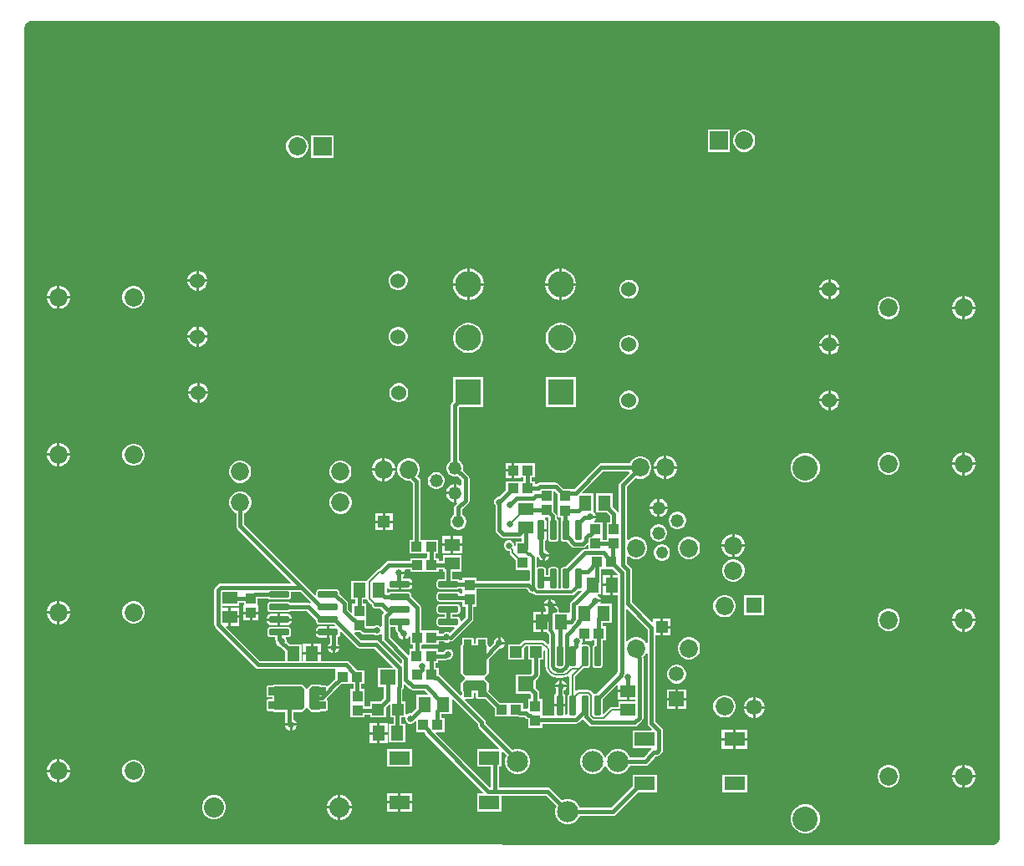
<source format=gbr>
G04*
G04 #@! TF.GenerationSoftware,Altium Limited,Altium Designer,24.0.1 (36)*
G04*
G04 Layer_Physical_Order=1*
G04 Layer_Color=255*
%FSLAX44Y44*%
%MOMM*%
G71*
G04*
G04 #@! TF.SameCoordinates,8FF7991A-89D8-4168-8CAE-93076DC636D7*
G04*
G04*
G04 #@! TF.FilePolarity,Positive*
G04*
G01*
G75*
%ADD17R,2.1000X1.4000*%
%ADD18R,1.3000X1.5000*%
%ADD19R,1.0200X1.0400*%
%ADD20R,1.0400X1.0200*%
%ADD21R,1.2000X1.2000*%
%ADD22R,1.6000X1.5000*%
%ADD23R,1.5000X1.3000*%
G04:AMPARAMS|DCode=24|XSize=1.97mm|YSize=0.6mm|CornerRadius=0.075mm|HoleSize=0mm|Usage=FLASHONLY|Rotation=180.000|XOffset=0mm|YOffset=0mm|HoleType=Round|Shape=RoundedRectangle|*
%AMROUNDEDRECTD24*
21,1,1.9700,0.4500,0,0,180.0*
21,1,1.8200,0.6000,0,0,180.0*
1,1,0.1500,-0.9100,0.2250*
1,1,0.1500,0.9100,0.2250*
1,1,0.1500,0.9100,-0.2250*
1,1,0.1500,-0.9100,-0.2250*
%
%ADD24ROUNDEDRECTD24*%
G04:AMPARAMS|DCode=25|XSize=1.97mm|YSize=0.6mm|CornerRadius=0.075mm|HoleSize=0mm|Usage=FLASHONLY|Rotation=90.000|XOffset=0mm|YOffset=0mm|HoleType=Round|Shape=RoundedRectangle|*
%AMROUNDEDRECTD25*
21,1,1.9700,0.4500,0,0,90.0*
21,1,1.8200,0.6000,0,0,90.0*
1,1,0.1500,0.2250,0.9100*
1,1,0.1500,0.2250,-0.9100*
1,1,0.1500,-0.2250,-0.9100*
1,1,0.1500,-0.2250,0.9100*
%
%ADD25ROUNDEDRECTD25*%
%ADD43C,1.5240*%
%ADD53C,0.4000*%
%ADD54C,0.1600*%
%ADD55R,0.5000X0.5000*%
%ADD56R,0.5000X0.5000*%
%ADD57C,0.3000*%
%ADD58C,1.8500*%
%ADD59C,2.6400*%
%ADD60R,2.6400X2.6400*%
%ADD61C,2.0320*%
%ADD62C,1.2380*%
%ADD63R,1.2380X1.2380*%
%ADD64C,1.8500*%
%ADD65R,1.8500X1.8500*%
%ADD66C,1.3208*%
%ADD67R,1.5900X1.5900*%
%ADD68C,1.5900*%
%ADD69C,1.5080*%
%ADD70R,1.5080X1.5080*%
%ADD71C,2.1500*%
%ADD72C,2.5400*%
%ADD73R,1.2380X1.2380*%
%ADD74C,0.6500*%
G36*
X988367Y843192D02*
X989985Y842522D01*
X991441Y841549D01*
X992679Y840311D01*
X993652Y838855D01*
X994322Y837237D01*
X994664Y835520D01*
Y834644D01*
Y17018D01*
Y16142D01*
X994322Y14425D01*
X993652Y12807D01*
X992679Y11351D01*
X991441Y10113D01*
X989985Y9140D01*
X988367Y8470D01*
X986650Y8128D01*
X983895D01*
X983708Y8205D01*
X983565Y8348D01*
X983488Y8535D01*
Y8636D01*
X6858Y9398D01*
X6808D01*
X6714Y9437D01*
X6643Y9508D01*
X6604Y9601D01*
Y9652D01*
Y835724D01*
Y836493D01*
X6904Y838002D01*
X7493Y839423D01*
X8348Y840702D01*
X9436Y841790D01*
X10715Y842645D01*
X12136Y843234D01*
X13645Y843534D01*
X986650D01*
X988367Y843192D01*
D02*
G37*
%LPC*%
G36*
X737065Y733118D02*
X734103D01*
X731242Y732351D01*
X728676Y730870D01*
X726582Y728776D01*
X725101Y726210D01*
X724334Y723349D01*
Y720387D01*
X725101Y717526D01*
X726582Y714960D01*
X728676Y712866D01*
X731242Y711385D01*
X734103Y710618D01*
X737065D01*
X739926Y711385D01*
X742492Y712866D01*
X744586Y714960D01*
X746067Y717526D01*
X746834Y720387D01*
Y723349D01*
X746067Y726210D01*
X744586Y728776D01*
X742492Y730870D01*
X739926Y732351D01*
X737065Y733118D01*
D02*
G37*
G36*
X721434D02*
X698934D01*
Y710618D01*
X721434D01*
Y733118D01*
D02*
G37*
G36*
X319606Y727276D02*
X297106D01*
Y704776D01*
X319606D01*
Y727276D01*
D02*
G37*
G36*
X284437D02*
X281475D01*
X278614Y726509D01*
X276048Y725028D01*
X273954Y722934D01*
X272473Y720368D01*
X271706Y717507D01*
Y714545D01*
X272473Y711684D01*
X273954Y709118D01*
X276048Y707024D01*
X278614Y705543D01*
X281475Y704776D01*
X284437D01*
X287298Y705543D01*
X289864Y707024D01*
X291958Y709118D01*
X293439Y711684D01*
X294206Y714545D01*
Y717507D01*
X293439Y720368D01*
X291958Y722934D01*
X289864Y725028D01*
X287298Y726509D01*
X284437Y727276D01*
D02*
G37*
G36*
X183202Y590296D02*
X183134D01*
Y581406D01*
X192024D01*
Y581474D01*
X191332Y584058D01*
X189994Y586374D01*
X188102Y588266D01*
X185786Y589604D01*
X183202Y590296D01*
D02*
G37*
G36*
X180594D02*
X180526D01*
X177942Y589604D01*
X175626Y588266D01*
X173734Y586374D01*
X172396Y584058D01*
X171704Y581474D01*
Y581406D01*
X180594D01*
Y590296D01*
D02*
G37*
G36*
X551206Y592210D02*
X550926D01*
Y577740D01*
X565396D01*
Y578020D01*
X564791Y581061D01*
X563605Y583926D01*
X561882Y586504D01*
X559690Y588696D01*
X557112Y590419D01*
X554247Y591605D01*
X551206Y592210D01*
D02*
G37*
G36*
X457734D02*
X457454D01*
Y577740D01*
X471924D01*
Y578020D01*
X471319Y581061D01*
X470133Y583926D01*
X468410Y586504D01*
X466218Y588696D01*
X463640Y590419D01*
X460775Y591605D01*
X457734Y592210D01*
D02*
G37*
G36*
X548386D02*
X548106D01*
X545065Y591605D01*
X542200Y590419D01*
X539622Y588696D01*
X537430Y586504D01*
X535707Y583926D01*
X534521Y581061D01*
X533916Y578020D01*
Y577740D01*
X548386D01*
Y592210D01*
D02*
G37*
G36*
X454914D02*
X454634D01*
X451593Y591605D01*
X448728Y590419D01*
X446150Y588696D01*
X443958Y586504D01*
X442235Y583926D01*
X441049Y581061D01*
X440444Y578020D01*
Y577740D01*
X454914D01*
Y592210D01*
D02*
G37*
G36*
X823536Y581660D02*
X823468D01*
Y572770D01*
X832358D01*
Y572838D01*
X831666Y575422D01*
X830328Y577738D01*
X828436Y579630D01*
X826120Y580968D01*
X823536Y581660D01*
D02*
G37*
G36*
X820928D02*
X820860D01*
X818276Y580968D01*
X815960Y579630D01*
X814068Y577738D01*
X812730Y575422D01*
X812038Y572838D01*
Y572770D01*
X820928D01*
Y581660D01*
D02*
G37*
G36*
X386330Y589756D02*
X383797D01*
X381351Y589100D01*
X379157Y587834D01*
X377366Y586043D01*
X376100Y583849D01*
X375444Y581403D01*
Y578870D01*
X376100Y576423D01*
X377366Y574229D01*
X379157Y572438D01*
X381351Y571172D01*
X383797Y570516D01*
X386330D01*
X388777Y571172D01*
X390971Y572438D01*
X392762Y574229D01*
X394028Y576423D01*
X394684Y578870D01*
Y581403D01*
X394028Y583849D01*
X392762Y586043D01*
X390971Y587834D01*
X388777Y589100D01*
X386330Y589756D01*
D02*
G37*
G36*
X192024Y578866D02*
X183134D01*
Y569976D01*
X183202D01*
X185786Y570668D01*
X188102Y572006D01*
X189994Y573898D01*
X191332Y576214D01*
X192024Y578798D01*
Y578866D01*
D02*
G37*
G36*
X180594D02*
X171704D01*
Y578798D01*
X172396Y576214D01*
X173734Y573898D01*
X175626Y572006D01*
X177942Y570668D01*
X180526Y569976D01*
X180594D01*
Y578866D01*
D02*
G37*
G36*
X42446Y575162D02*
X42164D01*
Y564642D01*
X52684D01*
Y564924D01*
X51881Y567923D01*
X50328Y570611D01*
X48133Y572806D01*
X45445Y574359D01*
X42446Y575162D01*
D02*
G37*
G36*
X39624D02*
X39342D01*
X36343Y574359D01*
X33655Y572806D01*
X31460Y570611D01*
X29907Y567923D01*
X29104Y564924D01*
Y564642D01*
X39624D01*
Y575162D01*
D02*
G37*
G36*
X620265Y581120D02*
X617732D01*
X615285Y580464D01*
X613091Y579198D01*
X611300Y577407D01*
X610034Y575213D01*
X609378Y572766D01*
Y570233D01*
X610034Y567787D01*
X611300Y565593D01*
X613091Y563802D01*
X615285Y562536D01*
X617732Y561880D01*
X620265D01*
X622711Y562536D01*
X624905Y563802D01*
X626696Y565593D01*
X627962Y567787D01*
X628618Y570233D01*
Y572766D01*
X627962Y575213D01*
X626696Y577407D01*
X624905Y579198D01*
X622711Y580464D01*
X620265Y581120D01*
D02*
G37*
G36*
X832358Y570230D02*
X823468D01*
Y561340D01*
X823536D01*
X826120Y562032D01*
X828436Y563370D01*
X830328Y565262D01*
X831666Y567578D01*
X832358Y570162D01*
Y570230D01*
D02*
G37*
G36*
X820928D02*
X812038D01*
Y570162D01*
X812730Y567578D01*
X814068Y565262D01*
X815960Y563370D01*
X818276Y562032D01*
X820860Y561340D01*
X820928D01*
Y570230D01*
D02*
G37*
G36*
X565396Y575200D02*
X550926D01*
Y560730D01*
X551206D01*
X554247Y561335D01*
X557112Y562521D01*
X559690Y564244D01*
X561882Y566436D01*
X563605Y569014D01*
X564791Y571879D01*
X565396Y574920D01*
Y575200D01*
D02*
G37*
G36*
X548386D02*
X533916D01*
Y574920D01*
X534521Y571879D01*
X535707Y569014D01*
X537430Y566436D01*
X539622Y564244D01*
X542200Y562521D01*
X545065Y561335D01*
X548106Y560730D01*
X548386D01*
Y575200D01*
D02*
G37*
G36*
X471924D02*
X457454D01*
Y560730D01*
X457734D01*
X460775Y561335D01*
X463640Y562521D01*
X466218Y564244D01*
X468410Y566436D01*
X470133Y569014D01*
X471319Y571879D01*
X471924Y574920D01*
Y575200D01*
D02*
G37*
G36*
X454914D02*
X440444D01*
Y574920D01*
X441049Y571879D01*
X442235Y569014D01*
X443958Y566436D01*
X446150Y564244D01*
X448728Y562521D01*
X451593Y561335D01*
X454634Y560730D01*
X454914D01*
Y575200D01*
D02*
G37*
G36*
X959640Y564240D02*
X959358D01*
Y553720D01*
X969878D01*
Y554002D01*
X969075Y557001D01*
X967522Y559689D01*
X965327Y561884D01*
X962639Y563437D01*
X959640Y564240D01*
D02*
G37*
G36*
X956818D02*
X956536D01*
X953537Y563437D01*
X950849Y561884D01*
X948654Y559689D01*
X947101Y557001D01*
X946298Y554002D01*
Y553720D01*
X956818D01*
Y564240D01*
D02*
G37*
G36*
X118575Y574622D02*
X115613D01*
X112752Y573855D01*
X110186Y572374D01*
X108092Y570280D01*
X106611Y567714D01*
X105844Y564853D01*
Y561891D01*
X106611Y559030D01*
X108092Y556464D01*
X110186Y554370D01*
X112752Y552889D01*
X115613Y552122D01*
X118575D01*
X121436Y552889D01*
X124002Y554370D01*
X126096Y556464D01*
X127577Y559030D01*
X128344Y561891D01*
Y564853D01*
X127577Y567714D01*
X126096Y570280D01*
X124002Y572374D01*
X121436Y573855D01*
X118575Y574622D01*
D02*
G37*
G36*
X52684Y562102D02*
X42164D01*
Y551582D01*
X42446D01*
X45445Y552385D01*
X48133Y553938D01*
X50328Y556133D01*
X51881Y558821D01*
X52684Y561820D01*
Y562102D01*
D02*
G37*
G36*
X39624D02*
X29104D01*
Y561820D01*
X29907Y558821D01*
X31460Y556133D01*
X33655Y553938D01*
X36343Y552385D01*
X39342Y551582D01*
X39624D01*
Y562102D01*
D02*
G37*
G36*
X883369Y563700D02*
X880407D01*
X877546Y562933D01*
X874980Y561452D01*
X872886Y559358D01*
X871405Y556792D01*
X870638Y553931D01*
Y550969D01*
X871405Y548108D01*
X872886Y545542D01*
X874980Y543448D01*
X877546Y541967D01*
X880407Y541200D01*
X883369D01*
X886230Y541967D01*
X888796Y543448D01*
X890890Y545542D01*
X892371Y548108D01*
X893138Y550969D01*
Y553931D01*
X892371Y556792D01*
X890890Y559358D01*
X888796Y561452D01*
X886230Y562933D01*
X883369Y563700D01*
D02*
G37*
G36*
X969878Y551180D02*
X959358D01*
Y540660D01*
X959640D01*
X962639Y541463D01*
X965327Y543016D01*
X967522Y545211D01*
X969075Y547899D01*
X969878Y550898D01*
Y551180D01*
D02*
G37*
G36*
X956818D02*
X946298D01*
Y550898D01*
X947101Y547899D01*
X948654Y545211D01*
X950849Y543016D01*
X953537Y541463D01*
X956536Y540660D01*
X956818D01*
Y551180D01*
D02*
G37*
G36*
X183362Y533748D02*
X183294D01*
Y524858D01*
X192184D01*
Y524926D01*
X191492Y527510D01*
X190154Y529826D01*
X188262Y531718D01*
X185946Y533056D01*
X183362Y533748D01*
D02*
G37*
G36*
X180754D02*
X180686D01*
X178102Y533056D01*
X175786Y531718D01*
X173894Y529826D01*
X172556Y527510D01*
X171864Y524926D01*
Y524858D01*
X180754D01*
Y533748D01*
D02*
G37*
G36*
X823282Y525526D02*
X823214D01*
Y516636D01*
X832104D01*
Y516704D01*
X831412Y519288D01*
X830074Y521604D01*
X828182Y523496D01*
X825866Y524834D01*
X823282Y525526D01*
D02*
G37*
G36*
X820674D02*
X820606D01*
X818022Y524834D01*
X815706Y523496D01*
X813814Y521604D01*
X812476Y519288D01*
X811784Y516704D01*
Y516636D01*
X820674D01*
Y525526D01*
D02*
G37*
G36*
X386491Y533208D02*
X383957D01*
X381511Y532552D01*
X379317Y531286D01*
X377526Y529495D01*
X376260Y527301D01*
X375604Y524855D01*
Y522322D01*
X376260Y519875D01*
X377526Y517681D01*
X379317Y515890D01*
X381511Y514624D01*
X383957Y513968D01*
X386491D01*
X388937Y514624D01*
X391131Y515890D01*
X392922Y517681D01*
X394188Y519875D01*
X394844Y522322D01*
Y524855D01*
X394188Y527301D01*
X392922Y529495D01*
X391131Y531286D01*
X388937Y532552D01*
X386491Y533208D01*
D02*
G37*
G36*
X192184Y522318D02*
X183294D01*
Y513428D01*
X183362D01*
X185946Y514120D01*
X188262Y515458D01*
X190154Y517350D01*
X191492Y519666D01*
X192184Y522250D01*
Y522318D01*
D02*
G37*
G36*
X180754D02*
X171864D01*
Y522250D01*
X172556Y519666D01*
X173894Y517350D01*
X175786Y515458D01*
X178102Y514120D01*
X180686Y513428D01*
X180754D01*
Y522318D01*
D02*
G37*
G36*
X551153Y537170D02*
X548159D01*
X545222Y536586D01*
X542456Y535440D01*
X539967Y533777D01*
X537849Y531659D01*
X536186Y529170D01*
X535040Y526404D01*
X534456Y523467D01*
Y520473D01*
X535040Y517536D01*
X536186Y514770D01*
X537849Y512281D01*
X539967Y510163D01*
X542456Y508500D01*
X545222Y507354D01*
X548159Y506770D01*
X551153D01*
X554090Y507354D01*
X556856Y508500D01*
X559345Y510163D01*
X561463Y512281D01*
X563126Y514770D01*
X564272Y517536D01*
X564856Y520473D01*
Y523467D01*
X564272Y526404D01*
X563126Y529170D01*
X561463Y531659D01*
X559345Y533777D01*
X556856Y535440D01*
X554090Y536586D01*
X551153Y537170D01*
D02*
G37*
G36*
X457681D02*
X454687D01*
X451750Y536586D01*
X448984Y535440D01*
X446495Y533777D01*
X444377Y531659D01*
X442714Y529170D01*
X441568Y526404D01*
X440984Y523467D01*
Y520473D01*
X441568Y517536D01*
X442714Y514770D01*
X444377Y512281D01*
X446495Y510163D01*
X448984Y508500D01*
X451750Y507354D01*
X454687Y506770D01*
X457681D01*
X460618Y507354D01*
X463384Y508500D01*
X465873Y510163D01*
X467991Y512281D01*
X469654Y514770D01*
X470800Y517536D01*
X471384Y520473D01*
Y523467D01*
X470800Y526404D01*
X469654Y529170D01*
X467991Y531659D01*
X465873Y533777D01*
X463384Y535440D01*
X460618Y536586D01*
X457681Y537170D01*
D02*
G37*
G36*
X620010Y524986D02*
X617477D01*
X615031Y524330D01*
X612837Y523064D01*
X611046Y521273D01*
X609780Y519079D01*
X609124Y516632D01*
Y514100D01*
X609780Y511653D01*
X611046Y509459D01*
X612837Y507668D01*
X615031Y506402D01*
X617477Y505746D01*
X620010D01*
X622457Y506402D01*
X624651Y507668D01*
X626442Y509459D01*
X627708Y511653D01*
X628364Y514100D01*
Y516632D01*
X627708Y519079D01*
X626442Y521273D01*
X624651Y523064D01*
X622457Y524330D01*
X620010Y524986D01*
D02*
G37*
G36*
X832104Y514096D02*
X823214D01*
Y505206D01*
X823282D01*
X825866Y505898D01*
X828182Y507236D01*
X830074Y509128D01*
X831412Y511444D01*
X832104Y514028D01*
Y514096D01*
D02*
G37*
G36*
X820674D02*
X811784D01*
Y514028D01*
X812476Y511444D01*
X813814Y509128D01*
X815706Y507236D01*
X818022Y505898D01*
X820606Y505206D01*
X820674D01*
Y514096D01*
D02*
G37*
G36*
X183964Y476758D02*
X183896D01*
Y467868D01*
X192786D01*
Y467936D01*
X192094Y470520D01*
X190756Y472836D01*
X188864Y474728D01*
X186548Y476066D01*
X183964Y476758D01*
D02*
G37*
G36*
X181356D02*
X181288D01*
X178704Y476066D01*
X176388Y474728D01*
X174496Y472836D01*
X173158Y470520D01*
X172466Y467936D01*
Y467868D01*
X181356D01*
Y476758D01*
D02*
G37*
G36*
X823282Y469138D02*
X823214D01*
Y460248D01*
X832104D01*
Y460316D01*
X831412Y462900D01*
X830074Y465216D01*
X828182Y467108D01*
X825866Y468446D01*
X823282Y469138D01*
D02*
G37*
G36*
X820674D02*
X820606D01*
X818022Y468446D01*
X815706Y467108D01*
X813814Y465216D01*
X812476Y462900D01*
X811784Y460316D01*
Y460248D01*
X820674D01*
Y469138D01*
D02*
G37*
G36*
X387093Y476218D02*
X384560D01*
X382113Y475562D01*
X379919Y474296D01*
X378128Y472505D01*
X376862Y470311D01*
X376206Y467864D01*
Y465331D01*
X376862Y462885D01*
X378128Y460691D01*
X379919Y458900D01*
X382113Y457634D01*
X384560Y456978D01*
X387093D01*
X389539Y457634D01*
X391733Y458900D01*
X393524Y460691D01*
X394790Y462885D01*
X395446Y465331D01*
Y467864D01*
X394790Y470311D01*
X393524Y472505D01*
X391733Y474296D01*
X389539Y475562D01*
X387093Y476218D01*
D02*
G37*
G36*
X192786Y465328D02*
X183896D01*
Y456438D01*
X183964D01*
X186548Y457130D01*
X188864Y458468D01*
X190756Y460360D01*
X192094Y462676D01*
X192786Y465260D01*
Y465328D01*
D02*
G37*
G36*
X181356D02*
X172466D01*
Y465260D01*
X173158Y462676D01*
X174496Y460360D01*
X176388Y458468D01*
X178704Y457130D01*
X181288Y456438D01*
X181356D01*
Y465328D01*
D02*
G37*
G36*
X564856Y482670D02*
X534456D01*
Y452270D01*
X564856D01*
Y482670D01*
D02*
G37*
G36*
X620010Y468598D02*
X617477D01*
X615031Y467942D01*
X612837Y466676D01*
X611046Y464885D01*
X609780Y462691D01*
X609124Y460244D01*
Y457711D01*
X609780Y455265D01*
X611046Y453071D01*
X612837Y451280D01*
X615031Y450014D01*
X617477Y449358D01*
X620010D01*
X622457Y450014D01*
X624651Y451280D01*
X626442Y453071D01*
X627708Y455265D01*
X628364Y457711D01*
Y460244D01*
X627708Y462691D01*
X626442Y464885D01*
X624651Y466676D01*
X622457Y467942D01*
X620010Y468598D01*
D02*
G37*
G36*
X832104Y457708D02*
X823214D01*
Y448818D01*
X823282D01*
X825866Y449510D01*
X828182Y450848D01*
X830074Y452740D01*
X831412Y455056D01*
X832104Y457640D01*
Y457708D01*
D02*
G37*
G36*
X820674D02*
X811784D01*
Y457640D01*
X812476Y455056D01*
X813814Y452740D01*
X815706Y450848D01*
X818022Y449510D01*
X820606Y448818D01*
X820674D01*
Y457708D01*
D02*
G37*
G36*
X42446Y415650D02*
X42164D01*
Y405130D01*
X52684D01*
Y405412D01*
X51881Y408411D01*
X50328Y411099D01*
X48133Y413294D01*
X45445Y414847D01*
X42446Y415650D01*
D02*
G37*
G36*
X39624D02*
X39342D01*
X36343Y414847D01*
X33655Y413294D01*
X31460Y411099D01*
X29907Y408411D01*
X29104Y405412D01*
Y405130D01*
X39624D01*
Y415650D01*
D02*
G37*
G36*
X959640Y406506D02*
X959358D01*
Y395986D01*
X969878D01*
Y396268D01*
X969075Y399267D01*
X967522Y401955D01*
X965327Y404150D01*
X962639Y405703D01*
X959640Y406506D01*
D02*
G37*
G36*
X956818D02*
X956536D01*
X953537Y405703D01*
X950849Y404150D01*
X948654Y401955D01*
X947101Y399267D01*
X946298Y396268D01*
Y395986D01*
X956818D01*
Y406506D01*
D02*
G37*
G36*
X631909Y402156D02*
X628947D01*
X626086Y401389D01*
X623520Y399908D01*
X621426Y397814D01*
X619945Y395248D01*
X619874Y394984D01*
X590857D01*
X590857Y394984D01*
X589296Y394674D01*
X587973Y393790D01*
X587973Y393790D01*
X563385Y369201D01*
X561074D01*
Y369372D01*
X552642D01*
X547504Y374510D01*
X546181Y375394D01*
X544620Y375704D01*
X544620Y375704D01*
X528675D01*
X527114Y375394D01*
X525791Y374510D01*
X525791Y374510D01*
X525184Y373902D01*
X523566D01*
Y376924D01*
X520444D01*
Y381012D01*
X523566D01*
Y395212D01*
X509406D01*
Y395752D01*
X502936D01*
Y388112D01*
Y380472D01*
X509406D01*
Y381012D01*
X512288D01*
Y376924D01*
X509166D01*
Y376924D01*
X508866D01*
Y376924D01*
X494466D01*
Y368492D01*
X487162Y361188D01*
X486636D01*
X484706Y360389D01*
X483229Y358912D01*
X482430Y356982D01*
Y354894D01*
X483229Y352964D01*
X483602Y352592D01*
Y327660D01*
X483602Y327660D01*
X483912Y326099D01*
X484796Y324776D01*
X488860Y320712D01*
X488860Y320712D01*
X490183Y319828D01*
X491744Y319518D01*
X507458D01*
X507458Y319518D01*
X509019Y319828D01*
X509256Y319986D01*
X510526Y319307D01*
Y316078D01*
X503948D01*
Y311742D01*
X502678Y311187D01*
X502582Y311276D01*
Y312956D01*
X501783Y314886D01*
X500306Y316363D01*
X498376Y317162D01*
X496288D01*
X494358Y316363D01*
X492881Y314886D01*
X492082Y312956D01*
Y310868D01*
X492881Y308938D01*
X494358Y307461D01*
X496288Y306662D01*
X497894D01*
X498147Y306409D01*
Y304324D01*
X498364Y303232D01*
X498983Y302305D01*
X503948Y297341D01*
Y286978D01*
X518148D01*
X518301Y285771D01*
Y276849D01*
X517319Y276043D01*
X517053Y276096D01*
X517053Y276096D01*
X464554D01*
Y279218D01*
X450354D01*
Y276485D01*
X447564D01*
X447201Y277029D01*
X446291Y277636D01*
X445218Y277850D01*
X440196D01*
Y285022D01*
X449428D01*
Y302022D01*
X430428D01*
Y296178D01*
X426300D01*
Y299200D01*
X422916D01*
Y303542D01*
X425776D01*
Y317742D01*
X412346D01*
X411376Y317742D01*
X410106Y317742D01*
X407954D01*
Y376806D01*
X407644Y378367D01*
X406760Y379690D01*
X406760Y379690D01*
X404609Y381841D01*
X404734Y381966D01*
X406215Y384532D01*
X406982Y387393D01*
Y390355D01*
X406215Y393216D01*
X404734Y395782D01*
X402640Y397876D01*
X400074Y399357D01*
X397213Y400124D01*
X394251D01*
X391390Y399357D01*
X388824Y397876D01*
X386730Y395782D01*
X385249Y393216D01*
X384482Y390355D01*
Y387393D01*
X385249Y384532D01*
X386730Y381966D01*
X388824Y379872D01*
X391390Y378391D01*
X394251Y377624D01*
X397213D01*
X397274Y377640D01*
X399798Y375117D01*
Y317742D01*
X396676D01*
Y303542D01*
X410106D01*
X411076Y303542D01*
X412346Y303542D01*
X414760D01*
Y300098D01*
X413862Y299200D01*
X411900Y299200D01*
X410630Y299200D01*
X397200D01*
Y296178D01*
X375655D01*
X375654Y296178D01*
X374094Y295868D01*
X372771Y294984D01*
X372771Y294984D01*
X365858Y288071D01*
X365832Y288032D01*
X364789Y287825D01*
X363863Y287206D01*
X354035Y277379D01*
X353416Y276452D01*
X353366Y276200D01*
X337854D01*
Y257200D01*
X341616D01*
Y253056D01*
X338594D01*
Y244426D01*
X337421Y243940D01*
X334506Y246855D01*
Y252872D01*
X334196Y254433D01*
X333311Y255756D01*
X333311Y255756D01*
X325972Y263096D01*
Y264632D01*
X325758Y265705D01*
X325151Y266615D01*
X324241Y267222D01*
X323168Y267436D01*
X304968D01*
X303895Y267222D01*
X302985Y266615D01*
X302378Y265705D01*
X302164Y264632D01*
Y262163D01*
X300991Y261677D01*
X290402Y272266D01*
X229376Y333291D01*
Y344792D01*
X229640Y344863D01*
X232206Y346344D01*
X234300Y348438D01*
X235781Y351004D01*
X236548Y353865D01*
Y356827D01*
X235781Y359688D01*
X234300Y362254D01*
X232206Y364348D01*
X229640Y365829D01*
X226779Y366596D01*
X223817D01*
X220956Y365829D01*
X218390Y364348D01*
X216296Y362254D01*
X214815Y359688D01*
X214048Y356827D01*
Y353865D01*
X214815Y351004D01*
X216296Y348438D01*
X218390Y346344D01*
X220956Y344863D01*
X221220Y344792D01*
Y331602D01*
X221220Y331602D01*
X221530Y330041D01*
X222414Y328718D01*
X276499Y274634D01*
X276013Y273460D01*
X205427D01*
X205427Y273460D01*
X203866Y273150D01*
X202543Y272266D01*
X202543Y272266D01*
X199992Y269715D01*
X199108Y268392D01*
X198798Y266831D01*
X198798Y266831D01*
Y231517D01*
X198798Y231517D01*
X199108Y229956D01*
X199992Y228633D01*
X240571Y188054D01*
X240571Y188054D01*
X241894Y187170D01*
X243455Y186860D01*
X321544D01*
X321746Y185674D01*
X321746D01*
Y177241D01*
X314472Y169967D01*
X313144Y169668D01*
X312482Y170110D01*
X311702Y170265D01*
X307190D01*
X306674Y170735D01*
X306374Y170915D01*
X306082Y171110D01*
X306034Y171120D01*
X305992Y171145D01*
X305645Y171197D01*
X305302Y171265D01*
X298102D01*
X297322Y171110D01*
X296660Y170668D01*
X293760Y167768D01*
X293367Y167179D01*
X292803Y167106D01*
X292601D01*
X292038Y167179D01*
X291644Y167768D01*
X288744Y170668D01*
X288744Y170668D01*
X288082Y171110D01*
X287302Y171265D01*
X260102D01*
X259759Y171197D01*
X259412Y171145D01*
X259370Y171120D01*
X259322Y171110D01*
X259030Y170915D01*
X258730Y170735D01*
X258214Y170265D01*
X253702D01*
X252922Y170110D01*
X252260Y169668D01*
X251818Y169006D01*
X251663Y168226D01*
Y160226D01*
X251818Y159446D01*
X252260Y158784D01*
X252922Y158342D01*
X253702Y158187D01*
X257663D01*
Y156265D01*
X253702D01*
X252922Y156110D01*
X252260Y155668D01*
X251818Y155006D01*
X251663Y154226D01*
Y146226D01*
X251818Y145446D01*
X252260Y144784D01*
X252922Y144342D01*
X253702Y144187D01*
X258214D01*
X258730Y143717D01*
X259030Y143537D01*
X259322Y143342D01*
X259370Y143332D01*
X259412Y143307D01*
X259759Y143255D01*
X260102Y143187D01*
X270874D01*
Y132887D01*
X270874Y132886D01*
X271013Y132184D01*
X270865Y131826D01*
X282347D01*
X281514Y133836D01*
X279886Y135464D01*
X279030Y135819D01*
Y143187D01*
X287302D01*
X287302Y143187D01*
X288082Y143342D01*
X288744Y143784D01*
X288744Y143784D01*
X291644Y146684D01*
X291644Y146684D01*
X292038Y147273D01*
X292601Y147346D01*
X292803D01*
X293366Y147273D01*
X293760Y146684D01*
X296660Y143784D01*
X297322Y143342D01*
X298102Y143187D01*
X305302D01*
X305645Y143255D01*
X305992Y143307D01*
X306034Y143332D01*
X306082Y143342D01*
X306374Y143537D01*
X306674Y143717D01*
X307190Y144187D01*
X311702D01*
X312482Y144342D01*
X313144Y144784D01*
X313586Y145446D01*
X313741Y146226D01*
Y154226D01*
X313586Y155006D01*
X313144Y155668D01*
X313259Y157119D01*
X319556Y163416D01*
X319556Y163416D01*
X319757Y163717D01*
X327514Y171474D01*
X336146D01*
X336146Y171474D01*
X336446D01*
Y171474D01*
X337416Y171474D01*
X339703D01*
Y166707D01*
X336816D01*
Y152308D01*
X336816D01*
Y152007D01*
X336816D01*
Y137607D01*
X351016D01*
Y140729D01*
X356904D01*
Y137819D01*
X372904D01*
Y148052D01*
X375731Y150878D01*
X376904Y150393D01*
Y137819D01*
X380326D01*
Y131178D01*
X375904D01*
Y112177D01*
X392904D01*
Y131178D01*
X388482D01*
Y137819D01*
X392178D01*
X392260Y137696D01*
Y135608D01*
X393059Y133678D01*
X394536Y132201D01*
X396466Y131402D01*
X398554D01*
X400484Y132201D01*
X401916Y133633D01*
X402153Y133622D01*
X403186Y133317D01*
Y122811D01*
X411818D01*
X411890Y122739D01*
X412118Y121593D01*
X413002Y120270D01*
X471431Y61841D01*
X470945Y60668D01*
X465054D01*
Y42668D01*
X490054D01*
Y58590D01*
X534829D01*
X545577Y47841D01*
X545141Y47085D01*
X544272Y43843D01*
Y40485D01*
X545141Y37243D01*
X546819Y34335D01*
X549193Y31962D01*
X552101Y30283D01*
X555343Y29414D01*
X558701D01*
X561943Y30283D01*
X564851Y31962D01*
X567225Y34335D01*
X568903Y37243D01*
X569129Y38086D01*
X602912D01*
X602912Y38086D01*
X604473Y38396D01*
X605796Y39280D01*
X628234Y61718D01*
X647466D01*
Y79718D01*
X622466D01*
Y67486D01*
X601223Y46242D01*
X569129D01*
X568903Y47085D01*
X567225Y49993D01*
X564851Y52366D01*
X561943Y54045D01*
X558701Y54914D01*
X555343D01*
X552101Y54045D01*
X551345Y53609D01*
X539402Y65552D01*
X538079Y66436D01*
X536518Y66746D01*
X536518Y66746D01*
X487186D01*
Y87668D01*
X490054D01*
Y102467D01*
X491227Y102953D01*
X495056Y99124D01*
X494341Y97885D01*
X493472Y94643D01*
Y91285D01*
X494341Y88043D01*
X496020Y85135D01*
X498393Y82761D01*
X501301Y81083D01*
X504543Y80214D01*
X507901D01*
X511143Y81083D01*
X514051Y82761D01*
X516424Y85135D01*
X518103Y88043D01*
X518972Y91285D01*
Y94643D01*
X518103Y97885D01*
X516424Y100793D01*
X514051Y103167D01*
X511143Y104845D01*
X507901Y105714D01*
X504543D01*
X501301Y104845D01*
X501028Y104688D01*
X474077Y131638D01*
Y132588D01*
X474077Y132588D01*
X473767Y134148D01*
X472883Y135472D01*
X472883Y135472D01*
X452988Y155367D01*
X453514Y156637D01*
X459788D01*
X460568Y156792D01*
X461230Y157234D01*
X461672Y157896D01*
X461827Y158676D01*
Y162637D01*
X463749D01*
Y158676D01*
X463904Y157896D01*
X464346Y157234D01*
X465008Y156792D01*
X465788Y156637D01*
X473019D01*
X482782Y146874D01*
Y138442D01*
X496212D01*
X497182Y138442D01*
X498452Y138442D01*
X507388D01*
X507782Y138364D01*
X507782Y138364D01*
X512996D01*
X514361Y136998D01*
X514361Y136998D01*
X515684Y136114D01*
X516830Y135886D01*
X516902Y135814D01*
Y127182D01*
X531102D01*
Y131304D01*
X565468D01*
X565468Y131304D01*
X567029Y131614D01*
X568352Y132498D01*
X571629Y135775D01*
X572394Y135700D01*
X578386Y129708D01*
X578386Y129708D01*
X579709Y128824D01*
X581269Y128514D01*
X581269Y128514D01*
X624639D01*
X624639Y128514D01*
X626200Y128824D01*
X627523Y129708D01*
X632366Y134551D01*
X632366Y134551D01*
X633250Y135874D01*
X633560Y137435D01*
Y198179D01*
X633560Y198179D01*
X633372Y199124D01*
X635112Y200864D01*
X635908Y202242D01*
X637594Y202622D01*
X637780Y202494D01*
Y131983D01*
X637780Y131983D01*
X638090Y130422D01*
X638974Y129099D01*
X642182Y125891D01*
X641696Y124718D01*
X622466D01*
Y106718D01*
X641215D01*
X641601Y105448D01*
X641317Y105259D01*
X641317Y105259D01*
X638974Y102915D01*
X638090Y101592D01*
X638055Y101418D01*
X633680Y97042D01*
X619929D01*
X619703Y97885D01*
X618024Y100793D01*
X615651Y103167D01*
X612743Y104845D01*
X609501Y105714D01*
X606143D01*
X602901Y104845D01*
X599993Y103167D01*
X597620Y100793D01*
X595941Y97885D01*
X595757Y97199D01*
X594487D01*
X594303Y97885D01*
X592625Y100793D01*
X590251Y103167D01*
X587343Y104845D01*
X584101Y105714D01*
X580743D01*
X577501Y104845D01*
X574593Y103167D01*
X572220Y100793D01*
X570541Y97885D01*
X569672Y94643D01*
Y91285D01*
X570541Y88043D01*
X572220Y85135D01*
X574593Y82761D01*
X577501Y81083D01*
X580743Y80214D01*
X584101D01*
X587343Y81083D01*
X590251Y82761D01*
X592625Y85135D01*
X594303Y88043D01*
X594487Y88729D01*
X595757D01*
X595941Y88043D01*
X597620Y85135D01*
X599993Y82761D01*
X602901Y81083D01*
X606143Y80214D01*
X609501D01*
X612743Y81083D01*
X615651Y82761D01*
X618024Y85135D01*
X619703Y88043D01*
X619929Y88886D01*
X635369D01*
X635369Y88886D01*
X636930Y89196D01*
X638253Y90080D01*
X644742Y96569D01*
X645626Y97892D01*
X645661Y98067D01*
X645891Y98296D01*
X647123D01*
X647123Y98296D01*
X648684Y98607D01*
X650007Y99491D01*
X652350Y101834D01*
X652350Y101834D01*
X653234Y103157D01*
X653544Y104718D01*
Y124375D01*
X653234Y125936D01*
X652350Y127259D01*
X652350Y127259D01*
X645936Y133672D01*
Y220539D01*
X651002D01*
Y229269D01*
Y237999D01*
X643542D01*
Y234607D01*
X642369Y234121D01*
X621898Y254592D01*
Y286877D01*
X621898Y286877D01*
X621588Y288438D01*
X620704Y289761D01*
X620704Y289761D01*
X616938Y293527D01*
Y300838D01*
X618208Y301364D01*
X619202Y300370D01*
X621768Y298889D01*
X624629Y298122D01*
X627591D01*
X630452Y298889D01*
X633018Y300370D01*
X635112Y302464D01*
X636593Y305030D01*
X637360Y307891D01*
Y310853D01*
X636593Y313714D01*
X635112Y316280D01*
X633018Y318374D01*
X630452Y319855D01*
X627591Y320622D01*
X624629D01*
X621768Y319855D01*
X619202Y318374D01*
X618208Y317380D01*
X616938Y317906D01*
Y371649D01*
X625849Y380559D01*
X626086Y380423D01*
X628947Y379656D01*
X631909D01*
X634770Y380423D01*
X637336Y381904D01*
X639430Y383998D01*
X640911Y386564D01*
X641678Y389425D01*
Y392387D01*
X640911Y395248D01*
X639430Y397814D01*
X637336Y399908D01*
X634770Y401389D01*
X631909Y402156D01*
D02*
G37*
G36*
X118575Y415110D02*
X115613D01*
X112752Y414343D01*
X110186Y412862D01*
X108092Y410768D01*
X106611Y408202D01*
X105844Y405341D01*
Y402379D01*
X106611Y399518D01*
X108092Y396952D01*
X110186Y394858D01*
X112752Y393377D01*
X115613Y392610D01*
X118575D01*
X121436Y393377D01*
X124002Y394858D01*
X126096Y396952D01*
X127577Y399518D01*
X128344Y402379D01*
Y405341D01*
X127577Y408202D01*
X126096Y410768D01*
X124002Y412862D01*
X121436Y414343D01*
X118575Y415110D01*
D02*
G37*
G36*
X657380Y402696D02*
X657098D01*
Y392176D01*
X667618D01*
Y392458D01*
X666814Y395457D01*
X665262Y398145D01*
X663067Y400340D01*
X660379Y401893D01*
X657380Y402696D01*
D02*
G37*
G36*
X654558D02*
X654276D01*
X651277Y401893D01*
X648589Y400340D01*
X646394Y398145D01*
X644842Y395457D01*
X644038Y392458D01*
Y392176D01*
X654558D01*
Y402696D01*
D02*
G37*
G36*
X52684Y402590D02*
X42164D01*
Y392070D01*
X42446D01*
X45445Y392873D01*
X48133Y394426D01*
X50328Y396621D01*
X51881Y399309D01*
X52684Y402308D01*
Y402590D01*
D02*
G37*
G36*
X39624D02*
X29104D01*
Y402308D01*
X29907Y399309D01*
X31460Y396621D01*
X33655Y394426D01*
X36343Y392873D01*
X39342Y392070D01*
X39624D01*
Y402590D01*
D02*
G37*
G36*
X371884Y400664D02*
X371602D01*
Y390144D01*
X382122D01*
Y390426D01*
X381319Y393425D01*
X379766Y396113D01*
X377571Y398308D01*
X374883Y399860D01*
X371884Y400664D01*
D02*
G37*
G36*
X369062D02*
X368780D01*
X365781Y399860D01*
X363093Y398308D01*
X360898Y396113D01*
X359346Y393425D01*
X358542Y390426D01*
Y390144D01*
X369062D01*
Y400664D01*
D02*
G37*
G36*
X500396Y395752D02*
X493926D01*
Y389382D01*
X500396D01*
Y395752D01*
D02*
G37*
G36*
X883369Y405966D02*
X880407D01*
X877546Y405199D01*
X874980Y403718D01*
X872886Y401624D01*
X871405Y399058D01*
X870638Y396197D01*
Y393235D01*
X871405Y390374D01*
X872886Y387808D01*
X874980Y385714D01*
X877546Y384233D01*
X880407Y383466D01*
X883369D01*
X886230Y384233D01*
X888796Y385714D01*
X890890Y387808D01*
X892371Y390374D01*
X893138Y393235D01*
Y396197D01*
X892371Y399058D01*
X890890Y401624D01*
X888796Y403718D01*
X886230Y405199D01*
X883369Y405966D01*
D02*
G37*
G36*
X969878Y393446D02*
X959358D01*
Y382926D01*
X959640D01*
X962639Y383729D01*
X965327Y385282D01*
X967522Y387477D01*
X969075Y390165D01*
X969878Y393164D01*
Y393446D01*
D02*
G37*
G36*
X956818D02*
X946298D01*
Y393164D01*
X947101Y390165D01*
X948654Y387477D01*
X950849Y385282D01*
X953537Y383729D01*
X956536Y382926D01*
X956818D01*
Y393446D01*
D02*
G37*
G36*
X500396Y386842D02*
X493926D01*
Y380472D01*
X500396D01*
Y386842D01*
D02*
G37*
G36*
X667618Y389636D02*
X657098D01*
Y379116D01*
X657380D01*
X660379Y379920D01*
X663067Y381472D01*
X665262Y383667D01*
X666814Y386355D01*
X667618Y389354D01*
Y389636D01*
D02*
G37*
G36*
X654558D02*
X644038D01*
Y389354D01*
X644842Y386355D01*
X646394Y383667D01*
X648589Y381472D01*
X651277Y379920D01*
X654276Y379116D01*
X654558D01*
Y389636D01*
D02*
G37*
G36*
X382122Y387604D02*
X371602D01*
Y377084D01*
X371884D01*
X374883Y377887D01*
X377571Y379440D01*
X379766Y381635D01*
X381319Y384323D01*
X382122Y387322D01*
Y387604D01*
D02*
G37*
G36*
X369062D02*
X358542D01*
Y387322D01*
X359346Y384323D01*
X360898Y381635D01*
X363093Y379440D01*
X365781Y377887D01*
X368780Y377084D01*
X369062D01*
Y387604D01*
D02*
G37*
G36*
X799495Y405352D02*
X795625D01*
X791886Y404350D01*
X788534Y402415D01*
X785797Y399678D01*
X783862Y396326D01*
X782860Y392587D01*
Y388717D01*
X783862Y384978D01*
X785797Y381626D01*
X788534Y378889D01*
X791886Y376954D01*
X795625Y375952D01*
X799495D01*
X803234Y376954D01*
X806586Y378889D01*
X809323Y381626D01*
X811258Y384978D01*
X812260Y388717D01*
Y392587D01*
X811258Y396326D01*
X809323Y399678D01*
X806586Y402415D01*
X803234Y404350D01*
X799495Y405352D01*
D02*
G37*
G36*
X328125Y397838D02*
X325163D01*
X322302Y397071D01*
X319736Y395590D01*
X317642Y393496D01*
X316161Y390930D01*
X315394Y388069D01*
Y385107D01*
X316161Y382246D01*
X317642Y379680D01*
X319736Y377586D01*
X322302Y376105D01*
X325163Y375338D01*
X328125D01*
X330986Y376105D01*
X333552Y377586D01*
X335646Y379680D01*
X337127Y382246D01*
X337894Y385107D01*
Y388069D01*
X337127Y390930D01*
X335646Y393496D01*
X333552Y395590D01*
X330986Y397071D01*
X328125Y397838D01*
D02*
G37*
G36*
X226525D02*
X223563D01*
X220702Y397071D01*
X218136Y395590D01*
X216042Y393496D01*
X214561Y390930D01*
X213794Y388069D01*
Y385107D01*
X214561Y382246D01*
X216042Y379680D01*
X218136Y377586D01*
X220702Y376105D01*
X223563Y375338D01*
X226525D01*
X229386Y376105D01*
X231952Y377586D01*
X234046Y379680D01*
X235527Y382246D01*
X236294Y385107D01*
Y388069D01*
X235527Y390930D01*
X234046Y393496D01*
X231952Y395590D01*
X229386Y397071D01*
X226525Y397838D01*
D02*
G37*
G36*
X471384Y482670D02*
X440984D01*
Y458038D01*
X439838Y456892D01*
X438954Y455569D01*
X438644Y454008D01*
X438644Y454008D01*
Y397978D01*
X437439Y397283D01*
X435837Y395681D01*
X434704Y393719D01*
X434118Y391531D01*
Y389265D01*
X434704Y387077D01*
X435837Y385115D01*
X437439Y383513D01*
X439401Y382380D01*
X441589Y381794D01*
X443855D01*
X445198Y382154D01*
X449248Y378105D01*
Y373055D01*
X447978Y372522D01*
X446251Y373519D01*
X443992Y374124D01*
Y364998D01*
Y355872D01*
X444248Y355940D01*
X444906Y354802D01*
X443233Y353129D01*
X442349Y351806D01*
X442039Y350246D01*
X442039Y350245D01*
Y343144D01*
X441088Y342596D01*
X439563Y341071D01*
X438485Y339203D01*
X437927Y337120D01*
Y334964D01*
X438485Y332881D01*
X439563Y331013D01*
X441088Y329488D01*
X442956Y328410D01*
X445039Y327852D01*
X447195D01*
X449278Y328410D01*
X451146Y329488D01*
X452671Y331013D01*
X453749Y332881D01*
X454307Y334964D01*
Y337120D01*
X453749Y339203D01*
X452671Y341071D01*
X451146Y342596D01*
X450195Y343144D01*
Y348556D01*
X456210Y354571D01*
X456210Y354571D01*
X457094Y355894D01*
X457404Y357454D01*
X457404Y357455D01*
Y379794D01*
X457404Y379794D01*
X457094Y381355D01*
X456210Y382678D01*
X450966Y387922D01*
X451326Y389265D01*
Y391531D01*
X450740Y393719D01*
X449607Y395681D01*
X448005Y397283D01*
X446800Y397978D01*
Y452270D01*
X471384D01*
Y482670D01*
D02*
G37*
G36*
X424805Y386302D02*
X422539D01*
X420351Y385716D01*
X418389Y384583D01*
X416787Y382981D01*
X415654Y381019D01*
X415068Y378831D01*
Y376565D01*
X415654Y374377D01*
X416787Y372415D01*
X418389Y370813D01*
X420351Y369680D01*
X422539Y369094D01*
X424805D01*
X426993Y369680D01*
X428955Y370813D01*
X430557Y372415D01*
X431690Y374377D01*
X432276Y376565D01*
Y378831D01*
X431690Y381019D01*
X430557Y382981D01*
X428955Y384583D01*
X426993Y385716D01*
X424805Y386302D01*
D02*
G37*
G36*
X441452Y374124D02*
X439193Y373519D01*
X437108Y372315D01*
X435405Y370612D01*
X434201Y368527D01*
X433596Y366268D01*
X441452D01*
Y374124D01*
D02*
G37*
G36*
Y363728D02*
X433596D01*
X434201Y361469D01*
X435405Y359384D01*
X437108Y357681D01*
X439193Y356477D01*
X441452Y355872D01*
Y363728D01*
D02*
G37*
G36*
X650240Y359138D02*
Y351282D01*
X658096D01*
X657491Y353541D01*
X656287Y355626D01*
X654585Y357329D01*
X652499Y358533D01*
X650240Y359138D01*
D02*
G37*
G36*
X647700D02*
X645441Y358533D01*
X643355Y357329D01*
X641653Y355626D01*
X640449Y353541D01*
X639844Y351282D01*
X647700D01*
Y359138D01*
D02*
G37*
G36*
X328379Y366596D02*
X325417D01*
X322556Y365829D01*
X319990Y364348D01*
X317896Y362254D01*
X316415Y359688D01*
X315648Y356827D01*
Y353865D01*
X316415Y351004D01*
X317896Y348438D01*
X319990Y346344D01*
X322556Y344863D01*
X325417Y344096D01*
X328379D01*
X331240Y344863D01*
X333806Y346344D01*
X335900Y348438D01*
X337381Y351004D01*
X338148Y353865D01*
Y356827D01*
X337381Y359688D01*
X335900Y362254D01*
X333806Y364348D01*
X331240Y365829D01*
X328379Y366596D01*
D02*
G37*
G36*
X658096Y348742D02*
X650240D01*
Y340886D01*
X652499Y341491D01*
X654585Y342695D01*
X656287Y344398D01*
X657491Y346483D01*
X658096Y348742D01*
D02*
G37*
G36*
X647700D02*
X639844D01*
X640449Y346483D01*
X641653Y344398D01*
X643355Y342695D01*
X645441Y341491D01*
X647700Y340886D01*
Y348742D01*
D02*
G37*
G36*
X379477Y344772D02*
X372017D01*
Y337312D01*
X379477D01*
Y344772D01*
D02*
G37*
G36*
X369477D02*
X362017D01*
Y337312D01*
X369477D01*
Y344772D01*
D02*
G37*
G36*
X669153Y345916D02*
X666887D01*
X664699Y345330D01*
X662737Y344197D01*
X661135Y342595D01*
X660002Y340633D01*
X659416Y338445D01*
Y336179D01*
X660002Y333991D01*
X661135Y332029D01*
X662737Y330427D01*
X664699Y329294D01*
X666887Y328708D01*
X669153D01*
X671341Y329294D01*
X673303Y330427D01*
X674905Y332029D01*
X676038Y333991D01*
X676624Y336179D01*
Y338445D01*
X676038Y340633D01*
X674905Y342595D01*
X673303Y344197D01*
X671341Y345330D01*
X669153Y345916D01*
D02*
G37*
G36*
X379477Y334772D02*
X372017D01*
Y327312D01*
X379477D01*
Y334772D01*
D02*
G37*
G36*
X369477D02*
X362017D01*
Y327312D01*
X369477D01*
Y334772D01*
D02*
G37*
G36*
X650103Y333216D02*
X647837D01*
X645649Y332630D01*
X643687Y331497D01*
X642085Y329895D01*
X640952Y327933D01*
X640366Y325745D01*
Y323479D01*
X640952Y321291D01*
X642085Y319329D01*
X643687Y317727D01*
X645649Y316594D01*
X647837Y316008D01*
X650103D01*
X652291Y316594D01*
X654253Y317727D01*
X655855Y319329D01*
X656988Y321291D01*
X657574Y323479D01*
Y325745D01*
X656988Y327933D01*
X655855Y329895D01*
X654253Y331497D01*
X652291Y332630D01*
X650103Y333216D01*
D02*
G37*
G36*
X449968Y321562D02*
X441198D01*
Y313792D01*
X449968D01*
Y321562D01*
D02*
G37*
G36*
X438658D02*
X429888D01*
Y313792D01*
X438658D01*
Y321562D01*
D02*
G37*
G36*
X726214Y323702D02*
X725932D01*
Y313182D01*
X736452D01*
Y313464D01*
X735648Y316463D01*
X734096Y319151D01*
X731901Y321346D01*
X729213Y322898D01*
X726214Y323702D01*
D02*
G37*
G36*
X723392D02*
X723110D01*
X720111Y322898D01*
X717423Y321346D01*
X715228Y319151D01*
X713676Y316463D01*
X712872Y313464D01*
Y313182D01*
X723392D01*
Y323702D01*
D02*
G37*
G36*
X449968Y311252D02*
X441198D01*
Y303482D01*
X449968D01*
Y311252D01*
D02*
G37*
G36*
X438658D02*
X429888D01*
Y303482D01*
X438658D01*
Y311252D01*
D02*
G37*
G36*
X736452Y310642D02*
X725932D01*
Y300122D01*
X726214D01*
X729213Y300926D01*
X731901Y302478D01*
X734096Y304673D01*
X735648Y307361D01*
X736452Y310360D01*
Y310642D01*
D02*
G37*
G36*
X723392D02*
X712872D01*
Y310360D01*
X713676Y307361D01*
X715228Y304673D01*
X717423Y302478D01*
X720111Y300926D01*
X723110Y300122D01*
X723392D01*
Y310642D01*
D02*
G37*
G36*
X681185Y320622D02*
X678223D01*
X675362Y319855D01*
X672796Y318374D01*
X670702Y316280D01*
X669221Y313714D01*
X668454Y310853D01*
Y307891D01*
X669221Y305030D01*
X670702Y302464D01*
X672796Y300370D01*
X675362Y298889D01*
X678223Y298122D01*
X681185D01*
X684046Y298889D01*
X686612Y300370D01*
X688706Y302464D01*
X690187Y305030D01*
X690954Y307891D01*
Y310853D01*
X690187Y313714D01*
X688706Y316280D01*
X686612Y318374D01*
X684046Y319855D01*
X681185Y320622D01*
D02*
G37*
G36*
X653350Y312829D02*
X651194D01*
X649111Y312271D01*
X647243Y311193D01*
X645718Y309668D01*
X644640Y307800D01*
X644082Y305717D01*
Y303561D01*
X644640Y301478D01*
X645718Y299610D01*
X647243Y298085D01*
X649111Y297007D01*
X651194Y296449D01*
X653350D01*
X655433Y297007D01*
X657301Y298085D01*
X658826Y299610D01*
X659904Y301478D01*
X660462Y303561D01*
Y305717D01*
X659904Y307800D01*
X658826Y309668D01*
X657301Y311193D01*
X655433Y312271D01*
X653350Y312829D01*
D02*
G37*
G36*
X726143Y297762D02*
X723181D01*
X720320Y296995D01*
X717754Y295514D01*
X715660Y293420D01*
X714179Y290854D01*
X713412Y287993D01*
Y285031D01*
X714179Y282170D01*
X715660Y279604D01*
X717754Y277510D01*
X720320Y276029D01*
X723181Y275262D01*
X726143D01*
X729004Y276029D01*
X731570Y277510D01*
X733664Y279604D01*
X735145Y282170D01*
X735912Y285031D01*
Y287993D01*
X735145Y290854D01*
X733664Y293420D01*
X731570Y295514D01*
X729004Y296995D01*
X726143Y297762D01*
D02*
G37*
G36*
X42446Y255884D02*
X42164D01*
Y245364D01*
X52684D01*
Y245646D01*
X51881Y248645D01*
X50328Y251333D01*
X48133Y253528D01*
X45445Y255081D01*
X42446Y255884D01*
D02*
G37*
G36*
X39624D02*
X39342D01*
X36343Y255081D01*
X33655Y253528D01*
X31460Y251333D01*
X29907Y248645D01*
X29104Y245646D01*
Y245364D01*
X39624D01*
Y255884D01*
D02*
G37*
G36*
X755694Y261394D02*
X735794D01*
Y241494D01*
X755694D01*
Y261394D01*
D02*
G37*
G36*
X717253Y261694D02*
X714291D01*
X711430Y260927D01*
X708864Y259446D01*
X706770Y257352D01*
X705289Y254786D01*
X704522Y251925D01*
Y248963D01*
X705289Y246102D01*
X706770Y243536D01*
X708864Y241442D01*
X711430Y239961D01*
X714291Y239194D01*
X717253D01*
X720114Y239961D01*
X722680Y241442D01*
X724774Y243536D01*
X726255Y246102D01*
X727022Y248963D01*
Y251925D01*
X726255Y254786D01*
X724774Y257352D01*
X722680Y259446D01*
X720114Y260927D01*
X717253Y261694D01*
D02*
G37*
G36*
X959640Y248264D02*
X959358D01*
Y237744D01*
X969878D01*
Y238026D01*
X969075Y241025D01*
X967522Y243713D01*
X965327Y245908D01*
X962639Y247461D01*
X959640Y248264D01*
D02*
G37*
G36*
X956818D02*
X956536D01*
X953537Y247461D01*
X950849Y245908D01*
X948654Y243713D01*
X947101Y241025D01*
X946298Y238026D01*
Y237744D01*
X956818D01*
Y248264D01*
D02*
G37*
G36*
X118575Y255344D02*
X115613D01*
X112752Y254577D01*
X110186Y253096D01*
X108092Y251002D01*
X106611Y248436D01*
X105844Y245575D01*
Y242613D01*
X106611Y239752D01*
X108092Y237186D01*
X110186Y235092D01*
X112752Y233611D01*
X115613Y232844D01*
X118575D01*
X121436Y233611D01*
X124002Y235092D01*
X126096Y237186D01*
X127577Y239752D01*
X128344Y242613D01*
Y245575D01*
X127577Y248436D01*
X126096Y251002D01*
X124002Y253096D01*
X121436Y254577D01*
X118575Y255344D01*
D02*
G37*
G36*
X52684Y242824D02*
X42164D01*
Y232304D01*
X42446D01*
X45445Y233107D01*
X48133Y234660D01*
X50328Y236855D01*
X51881Y239543D01*
X52684Y242542D01*
Y242824D01*
D02*
G37*
G36*
X39624D02*
X29104D01*
Y242542D01*
X29907Y239543D01*
X31460Y236855D01*
X33655Y234660D01*
X36343Y233107D01*
X39342Y232304D01*
X39624D01*
Y242824D01*
D02*
G37*
G36*
X661002Y237999D02*
X653542D01*
Y230539D01*
X661002D01*
Y237999D01*
D02*
G37*
G36*
X883369Y247724D02*
X880407D01*
X877546Y246957D01*
X874980Y245476D01*
X872886Y243382D01*
X871405Y240816D01*
X870638Y237955D01*
Y234993D01*
X871405Y232132D01*
X872886Y229566D01*
X874980Y227472D01*
X877546Y225991D01*
X880407Y225224D01*
X883369D01*
X886230Y225991D01*
X888796Y227472D01*
X890890Y229566D01*
X892371Y232132D01*
X893138Y234993D01*
Y237955D01*
X892371Y240816D01*
X890890Y243382D01*
X888796Y245476D01*
X886230Y246957D01*
X883369Y247724D01*
D02*
G37*
G36*
X969878Y235204D02*
X959358D01*
Y224684D01*
X959640D01*
X962639Y225487D01*
X965327Y227040D01*
X967522Y229235D01*
X969075Y231923D01*
X969878Y234922D01*
Y235204D01*
D02*
G37*
G36*
X956818D02*
X946298D01*
Y234922D01*
X947101Y231923D01*
X948654Y229235D01*
X950849Y227040D01*
X953537Y225487D01*
X956536Y224684D01*
X956818D01*
Y235204D01*
D02*
G37*
G36*
X661002Y227999D02*
X653542D01*
Y220539D01*
X661002D01*
Y227999D01*
D02*
G37*
G36*
X681185Y219022D02*
X678223D01*
X675362Y218255D01*
X672796Y216774D01*
X670702Y214680D01*
X669221Y212114D01*
X668454Y209253D01*
Y206291D01*
X669221Y203430D01*
X670702Y200864D01*
X672796Y198770D01*
X675362Y197289D01*
X678223Y196522D01*
X681185D01*
X684046Y197289D01*
X686612Y198770D01*
X688706Y200864D01*
X690187Y203430D01*
X690954Y206291D01*
Y209253D01*
X690187Y212114D01*
X688706Y214680D01*
X686612Y216774D01*
X684046Y218255D01*
X681185Y219022D01*
D02*
G37*
G36*
X668514Y191150D02*
X666002D01*
X663576Y190500D01*
X661400Y189244D01*
X659624Y187468D01*
X658368Y185292D01*
X657718Y182866D01*
Y180354D01*
X658368Y177928D01*
X659624Y175752D01*
X661400Y173976D01*
X663576Y172720D01*
X666002Y172070D01*
X668514D01*
X670940Y172720D01*
X673116Y173976D01*
X674892Y175752D01*
X676148Y177928D01*
X676798Y180354D01*
Y182866D01*
X676148Y185292D01*
X674892Y187468D01*
X673116Y189244D01*
X670940Y190500D01*
X668514Y191150D01*
D02*
G37*
G36*
X677338Y166290D02*
X668528D01*
Y157480D01*
X677338D01*
Y166290D01*
D02*
G37*
G36*
X665988D02*
X657178D01*
Y157480D01*
X665988D01*
Y166290D01*
D02*
G37*
G36*
X747125Y158334D02*
X747014D01*
Y149114D01*
X756234D01*
Y149225D01*
X755519Y151893D01*
X754138Y154285D01*
X752185Y156238D01*
X749793Y157619D01*
X747125Y158334D01*
D02*
G37*
G36*
X744474D02*
X744363D01*
X741695Y157619D01*
X739303Y156238D01*
X737350Y154285D01*
X735969Y151893D01*
X735254Y149225D01*
Y149114D01*
X744474D01*
Y158334D01*
D02*
G37*
G36*
X677338Y154940D02*
X668528D01*
Y146130D01*
X677338D01*
Y154940D01*
D02*
G37*
G36*
X665988D02*
X657178D01*
Y146130D01*
X665988D01*
Y154940D01*
D02*
G37*
G36*
X717253Y160094D02*
X714291D01*
X711430Y159327D01*
X708864Y157846D01*
X706770Y155752D01*
X705289Y153186D01*
X704522Y150325D01*
Y147363D01*
X705289Y144502D01*
X706770Y141936D01*
X708864Y139842D01*
X711430Y138361D01*
X714291Y137594D01*
X717253D01*
X720114Y138361D01*
X722680Y139842D01*
X724774Y141936D01*
X726255Y144502D01*
X727022Y147363D01*
Y150325D01*
X726255Y153186D01*
X724774Y155752D01*
X722680Y157846D01*
X720114Y159327D01*
X717253Y160094D01*
D02*
G37*
G36*
X756234Y146574D02*
X747014D01*
Y137354D01*
X747125D01*
X749793Y138069D01*
X752185Y139450D01*
X754138Y141403D01*
X755519Y143795D01*
X756234Y146463D01*
Y146574D01*
D02*
G37*
G36*
X744474D02*
X735254D01*
Y146463D01*
X735969Y143795D01*
X737350Y141403D01*
X739303Y139450D01*
X741695Y138069D01*
X744363Y137354D01*
X744474D01*
Y146574D01*
D02*
G37*
G36*
X282347Y129286D02*
X277876D01*
Y124815D01*
X279886Y125647D01*
X281514Y127276D01*
X282347Y129286D01*
D02*
G37*
G36*
X275336D02*
X270865D01*
X271698Y127276D01*
X273326Y125647D01*
X275336Y124815D01*
Y129286D01*
D02*
G37*
G36*
X374444Y131718D02*
X366674D01*
Y122948D01*
X374444D01*
Y131718D01*
D02*
G37*
G36*
X364134D02*
X356364D01*
Y122948D01*
X364134D01*
Y131718D01*
D02*
G37*
G36*
X739006Y125258D02*
X727236D01*
Y116988D01*
X739006D01*
Y125258D01*
D02*
G37*
G36*
X724696D02*
X712926D01*
Y116988D01*
X724696D01*
Y125258D01*
D02*
G37*
G36*
X374444Y120407D02*
X366674D01*
Y111637D01*
X374444D01*
Y120407D01*
D02*
G37*
G36*
X364134D02*
X356364D01*
Y111637D01*
X364134D01*
Y120407D01*
D02*
G37*
G36*
X739006Y114448D02*
X727236D01*
Y106178D01*
X739006D01*
Y114448D01*
D02*
G37*
G36*
X724696D02*
X712926D01*
Y106178D01*
X724696D01*
Y114448D01*
D02*
G37*
G36*
X399054Y105668D02*
X374054D01*
Y87668D01*
X399054D01*
Y105668D01*
D02*
G37*
G36*
X42446Y95356D02*
X42164D01*
Y84836D01*
X52684D01*
Y85118D01*
X51881Y88117D01*
X50328Y90805D01*
X48133Y93000D01*
X45445Y94553D01*
X42446Y95356D01*
D02*
G37*
G36*
X39624D02*
X39342D01*
X36343Y94553D01*
X33655Y93000D01*
X31460Y90805D01*
X29907Y88117D01*
X29104Y85118D01*
Y84836D01*
X39624D01*
Y95356D01*
D02*
G37*
G36*
X959640Y90022D02*
X959358D01*
Y79502D01*
X969878D01*
Y79784D01*
X969075Y82783D01*
X967522Y85471D01*
X965327Y87666D01*
X962639Y89219D01*
X959640Y90022D01*
D02*
G37*
G36*
X956818D02*
X956536D01*
X953537Y89219D01*
X950849Y87666D01*
X948654Y85471D01*
X947101Y82783D01*
X946298Y79784D01*
Y79502D01*
X956818D01*
Y90022D01*
D02*
G37*
G36*
X118575Y94816D02*
X115613D01*
X112752Y94049D01*
X110186Y92568D01*
X108092Y90474D01*
X106611Y87908D01*
X105844Y85047D01*
Y82085D01*
X106611Y79224D01*
X108092Y76658D01*
X110186Y74564D01*
X112752Y73083D01*
X115613Y72316D01*
X118575D01*
X121436Y73083D01*
X124002Y74564D01*
X126096Y76658D01*
X127577Y79224D01*
X128344Y82085D01*
Y85047D01*
X127577Y87908D01*
X126096Y90474D01*
X124002Y92568D01*
X121436Y94049D01*
X118575Y94816D01*
D02*
G37*
G36*
X52684Y82296D02*
X42164D01*
Y71776D01*
X42446D01*
X45445Y72579D01*
X48133Y74132D01*
X50328Y76327D01*
X51881Y79015D01*
X52684Y82014D01*
Y82296D01*
D02*
G37*
G36*
X39624D02*
X29104D01*
Y82014D01*
X29907Y79015D01*
X31460Y76327D01*
X33655Y74132D01*
X36343Y72579D01*
X39342Y71776D01*
X39624D01*
Y82296D01*
D02*
G37*
G36*
X883369Y89482D02*
X880407D01*
X877546Y88715D01*
X874980Y87234D01*
X872886Y85140D01*
X871405Y82574D01*
X870638Y79713D01*
Y76751D01*
X871405Y73890D01*
X872886Y71324D01*
X874980Y69230D01*
X877546Y67749D01*
X880407Y66982D01*
X883369D01*
X886230Y67749D01*
X888796Y69230D01*
X890890Y71324D01*
X892371Y73890D01*
X893138Y76751D01*
Y79713D01*
X892371Y82574D01*
X890890Y85140D01*
X888796Y87234D01*
X886230Y88715D01*
X883369Y89482D01*
D02*
G37*
G36*
X969878Y76962D02*
X959358D01*
Y66442D01*
X959640D01*
X962639Y67245D01*
X965327Y68798D01*
X967522Y70993D01*
X969075Y73681D01*
X969878Y76680D01*
Y76962D01*
D02*
G37*
G36*
X956818D02*
X946298D01*
Y76680D01*
X947101Y73681D01*
X948654Y70993D01*
X950849Y68798D01*
X953537Y67245D01*
X956536Y66442D01*
X956818D01*
Y76962D01*
D02*
G37*
G36*
X738466Y79718D02*
X713466D01*
Y61718D01*
X738466D01*
Y79718D01*
D02*
G37*
G36*
X399594Y61208D02*
X387824D01*
Y52938D01*
X399594D01*
Y61208D01*
D02*
G37*
G36*
X385284D02*
X373514D01*
Y52938D01*
X385284D01*
Y61208D01*
D02*
G37*
G36*
X327300Y59436D02*
X326898D01*
Y48006D01*
X338328D01*
Y48408D01*
X337463Y51638D01*
X335790Y54534D01*
X333426Y56898D01*
X330530Y58570D01*
X327300Y59436D01*
D02*
G37*
G36*
X324358D02*
X323956D01*
X320726Y58570D01*
X317830Y56898D01*
X315466Y54534D01*
X313794Y51638D01*
X312928Y48408D01*
Y48006D01*
X324358D01*
Y59436D01*
D02*
G37*
G36*
X399594Y50398D02*
X387824D01*
Y42128D01*
X399594D01*
Y50398D01*
D02*
G37*
G36*
X385284D02*
X373514D01*
Y42128D01*
X385284D01*
Y50398D01*
D02*
G37*
G36*
X200229Y58896D02*
X197027D01*
X193934Y58067D01*
X191162Y56466D01*
X188898Y54202D01*
X187297Y51430D01*
X186468Y48337D01*
Y45135D01*
X187297Y42042D01*
X188898Y39270D01*
X191162Y37006D01*
X193934Y35405D01*
X197027Y34576D01*
X200229D01*
X203322Y35405D01*
X206094Y37006D01*
X208358Y39270D01*
X209959Y42042D01*
X210788Y45135D01*
Y48337D01*
X209959Y51430D01*
X208358Y54202D01*
X206094Y56466D01*
X203322Y58067D01*
X200229Y58896D01*
D02*
G37*
G36*
X338328Y45466D02*
X326898D01*
Y34036D01*
X327300D01*
X330530Y34901D01*
X333426Y36574D01*
X335790Y38938D01*
X337463Y41834D01*
X338328Y45064D01*
Y45466D01*
D02*
G37*
G36*
X324358D02*
X312928D01*
Y45064D01*
X313794Y41834D01*
X315466Y38938D01*
X317830Y36574D01*
X320726Y34901D01*
X323956Y34036D01*
X324358D01*
Y45466D01*
D02*
G37*
G36*
X799495Y49752D02*
X795625D01*
X791886Y48750D01*
X788534Y46815D01*
X785797Y44078D01*
X783862Y40726D01*
X782860Y36987D01*
Y33117D01*
X783862Y29378D01*
X785797Y26026D01*
X788534Y23289D01*
X791886Y21354D01*
X795625Y20352D01*
X799495D01*
X803234Y21354D01*
X806586Y23289D01*
X809323Y26026D01*
X811258Y29378D01*
X812260Y33117D01*
Y36987D01*
X811258Y40726D01*
X809323Y44078D01*
X806586Y46815D01*
X803234Y48750D01*
X799495Y49752D01*
D02*
G37*
%LPD*%
G36*
X619312Y385558D02*
X609976Y376222D01*
X609092Y374899D01*
X608782Y373338D01*
X608782Y373338D01*
Y345792D01*
X607526Y345595D01*
X606642Y346918D01*
X602200Y351360D01*
Y364592D01*
X585200D01*
Y345592D01*
X596432D01*
X599680Y342345D01*
Y335606D01*
X596658D01*
Y321206D01*
X596658D01*
Y320906D01*
X596658D01*
Y317784D01*
X592062D01*
Y320906D01*
X592062Y320906D01*
Y321206D01*
X592062D01*
X592062Y322176D01*
Y335606D01*
X584096D01*
X583570Y336876D01*
X584537Y337842D01*
X585369Y339852D01*
X579628D01*
Y342392D01*
X585369D01*
X584537Y344402D01*
X583200Y345738D01*
Y364592D01*
X571970D01*
X571484Y365765D01*
X592546Y386828D01*
X618786D01*
X619312Y385558D01*
D02*
G37*
G36*
X546874Y363604D02*
Y354972D01*
X546874D01*
Y354672D01*
X546874D01*
Y340272D01*
X550404D01*
Y338021D01*
X550150Y337641D01*
X549936Y336568D01*
Y318368D01*
X550150Y317295D01*
X550757Y316385D01*
X551667Y315778D01*
X552740Y315564D01*
X555759D01*
X560589Y310734D01*
X560589Y310734D01*
X561912Y309850D01*
X563473Y309540D01*
X563473Y309540D01*
X571907D01*
X571908Y309540D01*
X573468Y309850D01*
X574791Y310734D01*
X576689Y312631D01*
X577862Y312146D01*
Y308528D01*
X574522D01*
X574522Y308528D01*
X572961Y308218D01*
X571638Y307334D01*
X554276Y289972D01*
X552740D01*
X551667Y289758D01*
X550757Y289151D01*
X550150Y288241D01*
X549936Y287168D01*
Y268968D01*
X549377Y268287D01*
X547903D01*
X547344Y268968D01*
Y287168D01*
X547130Y288241D01*
X546523Y289151D01*
X545613Y289758D01*
X544540Y289972D01*
X540040D01*
X538967Y289758D01*
X538057Y289151D01*
X537450Y288241D01*
X537236Y287168D01*
Y282146D01*
X534644D01*
Y287168D01*
X534430Y288241D01*
X533823Y289151D01*
X532913Y289758D01*
X531840Y289972D01*
X527340D01*
X526708Y289846D01*
X525438Y290616D01*
Y299663D01*
X526203Y300456D01*
X526616Y300662D01*
X526848Y300600D01*
X527729Y298472D01*
X529358Y296843D01*
X531368Y296011D01*
Y301752D01*
X532638D01*
Y303022D01*
X538379D01*
X537547Y305032D01*
X535918Y306660D01*
X533790Y307542D01*
X533668D01*
Y315633D01*
X534212Y315996D01*
X534939Y317084D01*
X535195Y318368D01*
Y326198D01*
X529590D01*
Y328738D01*
X535195D01*
Y336568D01*
X534939Y337852D01*
X534212Y338940D01*
X533739Y339256D01*
X534124Y340526D01*
X536764D01*
X537212Y340079D01*
Y328468D01*
X537212Y328468D01*
X537236Y328345D01*
Y318368D01*
X537450Y317295D01*
X538057Y316385D01*
X538967Y315778D01*
X540040Y315564D01*
X544540D01*
X545613Y315778D01*
X546523Y316385D01*
X547130Y317295D01*
X547344Y318368D01*
Y336568D01*
X547130Y337641D01*
X546523Y338551D01*
X545613Y339158D01*
X545368Y339207D01*
Y341768D01*
X545368Y341768D01*
X545058Y343329D01*
X544174Y344652D01*
X542532Y346294D01*
Y354926D01*
X542532D01*
Y355226D01*
X542532D01*
Y366150D01*
X543802Y366676D01*
X546874Y363604D01*
D02*
G37*
G36*
X607354Y283090D02*
X606828Y281820D01*
X602590D01*
Y271780D01*
Y261740D01*
X607742D01*
Y184289D01*
X606964Y183126D01*
X606845Y182527D01*
X586264Y161946D01*
X584728D01*
X583655Y161732D01*
X583119Y161374D01*
X582647Y162081D01*
X580017Y164711D01*
X579091Y165329D01*
X577998Y165547D01*
X567378D01*
X566286Y165329D01*
X565703Y164940D01*
X564433Y165436D01*
Y178709D01*
X573261Y187538D01*
X576528D01*
X577601Y187752D01*
X578511Y188359D01*
X579118Y189269D01*
X579332Y190342D01*
Y208542D01*
X579118Y209615D01*
X578511Y210525D01*
X577601Y211132D01*
X576528Y211346D01*
X572028D01*
X571868Y211314D01*
X570979Y212432D01*
X571614Y213966D01*
Y215118D01*
X572294D01*
Y222758D01*
X574834D01*
Y215118D01*
X581304D01*
Y215658D01*
X584186D01*
Y212810D01*
X583900Y211372D01*
X583655Y211132D01*
X582745Y210525D01*
X582138Y209615D01*
X581924Y208542D01*
Y190342D01*
X582138Y189269D01*
X582745Y188359D01*
X583655Y187752D01*
X584728Y187538D01*
X589228D01*
X590301Y187752D01*
X591211Y188359D01*
X591818Y189269D01*
X592032Y190342D01*
Y200319D01*
X592056Y200442D01*
X592056Y200442D01*
Y210220D01*
X592342Y211658D01*
X592342Y211658D01*
Y215658D01*
X595464D01*
Y229858D01*
X592342D01*
Y233832D01*
X601438D01*
Y252832D01*
X590890D01*
X590185Y253888D01*
X590446Y254518D01*
X584705D01*
Y257058D01*
X590446D01*
X589613Y259067D01*
X587984Y260696D01*
X587227Y261010D01*
X587479Y262280D01*
X590820D01*
Y281280D01*
X590342D01*
Y288048D01*
X593464D01*
X593464Y288048D01*
X593764D01*
Y288048D01*
X594734Y288048D01*
X602396D01*
X607354Y283090D01*
D02*
G37*
G36*
X430428Y285022D02*
X432040D01*
Y277850D01*
X427018D01*
X425945Y277636D01*
X425035Y277029D01*
X424428Y276119D01*
X424214Y275046D01*
Y270546D01*
X424428Y269473D01*
X425035Y268563D01*
X425945Y267956D01*
X427018Y267742D01*
X445218D01*
X446291Y267956D01*
X446849Y268329D01*
X449456D01*
X450354Y267431D01*
X450354Y264818D01*
Y264072D01*
X449456Y263174D01*
X447857D01*
X447808Y263419D01*
X447201Y264329D01*
X446291Y264936D01*
X445218Y265150D01*
X427018D01*
X425945Y264936D01*
X425035Y264329D01*
X424428Y263419D01*
X424214Y262346D01*
Y257846D01*
X424428Y256773D01*
X425035Y255863D01*
X425945Y255256D01*
X427018Y255042D01*
X436995D01*
X437118Y255018D01*
X437118Y255018D01*
X450354D01*
Y250118D01*
X453376D01*
Y239654D01*
X449195Y235473D01*
X448022Y235959D01*
Y236946D01*
X447808Y238019D01*
X447201Y238929D01*
X446291Y239536D01*
X445218Y239750D01*
X440196D01*
Y242342D01*
X445218D01*
X446291Y242556D01*
X447201Y243163D01*
X447808Y244073D01*
X448022Y245146D01*
Y249646D01*
X447808Y250719D01*
X447201Y251629D01*
X446291Y252236D01*
X445218Y252450D01*
X427018D01*
X425945Y252236D01*
X425035Y251629D01*
X424428Y250719D01*
X424214Y249646D01*
Y245146D01*
X424428Y244073D01*
X425035Y243163D01*
X425945Y242556D01*
X427018Y242342D01*
X432040D01*
Y239750D01*
X427018D01*
X425945Y239536D01*
X425035Y238929D01*
X424428Y238019D01*
X424214Y236946D01*
Y232446D01*
X424428Y231373D01*
X425035Y230463D01*
X425945Y229856D01*
X427018Y229642D01*
X441705D01*
X442191Y228469D01*
X437177Y223455D01*
X435384Y224198D01*
X433296D01*
X431366Y223399D01*
X430740Y222772D01*
X426300D01*
Y225794D01*
X412870D01*
X411900Y225794D01*
X410630Y225794D01*
X408478D01*
Y249264D01*
X408478Y249264D01*
X408168Y250825D01*
X407284Y252148D01*
X398622Y260810D01*
Y262346D01*
X398408Y263419D01*
X397801Y264329D01*
X396891Y264936D01*
X395818Y265150D01*
X377618D01*
X376545Y264936D01*
X375635Y264329D01*
X375532Y264174D01*
X373854D01*
Y267971D01*
X375124Y268357D01*
X375246Y268174D01*
X376334Y267447D01*
X377618Y267192D01*
X385448D01*
Y272796D01*
X386718D01*
Y274066D01*
X399173D01*
Y275046D01*
X398917Y276330D01*
X398190Y277418D01*
X397102Y278145D01*
X395818Y278400D01*
X390158D01*
Y280116D01*
X390989Y280946D01*
X391821Y282956D01*
X386080D01*
Y285496D01*
X391821D01*
X391301Y286752D01*
X392132Y288022D01*
X397200D01*
Y285000D01*
X410630D01*
X411600Y285000D01*
X412870Y285000D01*
X426300D01*
Y288022D01*
X430428D01*
Y285022D01*
D02*
G37*
G36*
X296587Y254545D02*
X296424Y254194D01*
X295839Y253498D01*
X294518Y253760D01*
X294518Y253760D01*
X275854D01*
X275751Y253915D01*
X274841Y254522D01*
X273768Y254736D01*
X255568D01*
X254495Y254522D01*
X253585Y253915D01*
X252978Y253005D01*
X252764Y251932D01*
Y247432D01*
X252978Y246359D01*
X253585Y245449D01*
X254495Y244842D01*
X255568Y244628D01*
X273768D01*
X274841Y244842D01*
X275751Y245449D01*
X275854Y245604D01*
X292829D01*
X302164Y236268D01*
Y234732D01*
X302378Y233659D01*
X302985Y232749D01*
X303895Y232142D01*
X304968Y231928D01*
X320204D01*
X321073Y231060D01*
X320587Y229886D01*
X315338D01*
Y224282D01*
Y218678D01*
X315962D01*
Y212898D01*
X314877Y211814D01*
X314045Y209804D01*
X325527D01*
X324695Y211814D01*
X324118Y212390D01*
Y218867D01*
X324452Y218933D01*
X325540Y219660D01*
X326267Y220748D01*
X326522Y222032D01*
Y223951D01*
X327696Y224437D01*
X343287Y208845D01*
X343287Y208845D01*
X344610Y207961D01*
X346171Y207651D01*
X346171Y207651D01*
X360962D01*
X379620Y188993D01*
X379134Y187819D01*
X364904D01*
Y168820D01*
X370826D01*
Y157509D01*
X367136Y153820D01*
X356904D01*
Y148886D01*
X351016D01*
Y152007D01*
X351016D01*
Y152308D01*
X351016D01*
Y166707D01*
X347859D01*
Y171474D01*
X350846D01*
Y185674D01*
X343491D01*
X343330Y185914D01*
X343330Y185914D01*
X335422Y193822D01*
X334099Y194706D01*
X332538Y195016D01*
X332538Y195016D01*
X306830D01*
Y201168D01*
X297790D01*
X288750D01*
Y195016D01*
X287290D01*
Y211938D01*
X275058D01*
X272204Y214792D01*
Y215674D01*
X271405Y217604D01*
X271050Y217958D01*
X271576Y219228D01*
X273768D01*
X274841Y219442D01*
X275751Y220049D01*
X276358Y220959D01*
X276572Y222032D01*
Y226532D01*
X276358Y227605D01*
X275751Y228515D01*
X274841Y229122D01*
X273768Y229336D01*
X255568D01*
X254495Y229122D01*
X253585Y228515D01*
X252978Y227605D01*
X252764Y226532D01*
Y222032D01*
X252978Y220959D01*
X253585Y220049D01*
X254495Y219442D01*
X255568Y219228D01*
X260590D01*
Y216560D01*
X260900Y214999D01*
X261704Y213796D01*
Y213586D01*
X262503Y211656D01*
X263980Y210179D01*
X265910Y209380D01*
X266080D01*
X270290Y205170D01*
Y195016D01*
X245144D01*
X210700Y229461D01*
X211186Y230634D01*
X213106D01*
Y239674D01*
Y248714D01*
X206954D01*
Y250174D01*
X223876D01*
Y254224D01*
X228866D01*
Y251342D01*
X228326D01*
Y244872D01*
X235966D01*
X243606D01*
Y251342D01*
X243066D01*
Y258304D01*
X253482D01*
X253585Y258149D01*
X254495Y257542D01*
X255568Y257328D01*
X273768D01*
X274841Y257542D01*
X275751Y258149D01*
X276358Y259059D01*
X276572Y260132D01*
Y264632D01*
X277123Y265304D01*
X285829D01*
X296587Y254545D01*
D02*
G37*
G36*
X516225Y267079D02*
X516918Y265405D01*
X518395Y263928D01*
X520325Y263129D01*
X522122D01*
X523056Y262195D01*
X524214Y261421D01*
X525580Y261149D01*
X561190D01*
X562556Y261421D01*
X563713Y262195D01*
X567683Y266164D01*
X569940D01*
X570190Y266214D01*
X570816Y265044D01*
X564410Y258638D01*
X564220Y258600D01*
X562897Y257716D01*
X562897Y257716D01*
X560135Y254953D01*
X559251Y253630D01*
X558941Y252070D01*
X558941Y252070D01*
Y245246D01*
X558410Y244196D01*
X548576D01*
X547624Y245466D01*
X547769Y246196D01*
X547458Y247757D01*
X547257Y248058D01*
X547085Y248473D01*
X546503Y249232D01*
X546278Y249640D01*
X545388Y250698D01*
X533247D01*
X534080Y248688D01*
X534910Y247858D01*
Y244736D01*
X532180D01*
Y234696D01*
Y224656D01*
X535803D01*
X536422Y223162D01*
X537016Y222387D01*
X537438Y221822D01*
X537737Y221420D01*
X537761Y221367D01*
X537781Y221320D01*
X537784Y221319D01*
X537800Y221312D01*
X537800Y220198D01*
Y212405D01*
X536626Y211919D01*
X533783Y214763D01*
X532856Y215382D01*
X531764Y215599D01*
X513404D01*
X512312Y215382D01*
X511385Y214763D01*
X508567Y211944D01*
X496604D01*
Y195944D01*
X512604D01*
Y207907D01*
X514586Y209889D01*
X516604D01*
Y195944D01*
X520526D01*
Y182633D01*
X518836Y180944D01*
X504604D01*
Y161944D01*
X518836D01*
X519924Y160857D01*
Y156282D01*
X516902D01*
Y147183D01*
X516621Y146900D01*
X515632Y146332D01*
X514685Y146520D01*
X514685Y146520D01*
X511882D01*
Y152642D01*
X498452D01*
X497482Y152642D01*
X496212Y152642D01*
X488550D01*
X476720Y164472D01*
X476759Y164733D01*
X476827Y165076D01*
Y172276D01*
X476672Y173056D01*
X476230Y173718D01*
X473330Y176618D01*
X472741Y177012D01*
X472668Y177575D01*
Y177777D01*
X472741Y178340D01*
X473330Y178734D01*
X476230Y181634D01*
X476230Y181634D01*
X476672Y182296D01*
X476827Y183076D01*
Y196486D01*
X487658Y207316D01*
X488832D01*
X490960Y208197D01*
X492589Y209826D01*
X493421Y211836D01*
X487680D01*
Y213106D01*
X486410D01*
Y218847D01*
X484400Y218015D01*
X482771Y216386D01*
X481890Y214258D01*
Y213084D01*
X478000Y209194D01*
X476827Y209680D01*
Y210276D01*
X476759Y210619D01*
X476707Y210966D01*
X476682Y211008D01*
X476672Y211056D01*
X476477Y211348D01*
X476297Y211648D01*
X475827Y212164D01*
Y216676D01*
X475672Y217456D01*
X475230Y218118D01*
X474568Y218560D01*
X473788Y218715D01*
X465788D01*
X465008Y218560D01*
X464346Y218118D01*
X463904Y217456D01*
X463749Y216676D01*
Y212715D01*
X461827D01*
Y216676D01*
X461672Y217456D01*
X461230Y218118D01*
X460568Y218560D01*
X459788Y218715D01*
X451788D01*
X451008Y218560D01*
X450346Y218118D01*
X449904Y217456D01*
X449749Y216676D01*
Y212164D01*
X449279Y211648D01*
X449099Y211348D01*
X448904Y211056D01*
X448894Y211008D01*
X448869Y210966D01*
X448817Y210619D01*
X448749Y210276D01*
Y183076D01*
X448749Y183076D01*
X448904Y182296D01*
X449346Y181634D01*
X449346Y181634D01*
X452246Y178734D01*
X452246Y178734D01*
X452835Y178340D01*
X452908Y177777D01*
Y177575D01*
X452835Y177012D01*
X452246Y176618D01*
X449346Y173718D01*
X448904Y173056D01*
X448749Y172276D01*
Y165076D01*
X448817Y164733D01*
X448869Y164386D01*
X448894Y164344D01*
X448904Y164296D01*
X449099Y164004D01*
X449279Y163704D01*
X449749Y163188D01*
Y160402D01*
X448479Y159876D01*
X427469Y180886D01*
X426146Y181770D01*
X426046Y181790D01*
Y188202D01*
X422797D01*
Y192798D01*
X425792D01*
Y195820D01*
X433409D01*
X433410Y195820D01*
X434970Y196130D01*
X435413Y196426D01*
X436908D01*
X438838Y197225D01*
X440315Y198702D01*
X441114Y200632D01*
Y202720D01*
X440315Y204650D01*
X438838Y206127D01*
X436908Y206926D01*
X434820D01*
X432890Y206127D01*
X431413Y204650D01*
X431134Y203976D01*
X425792D01*
Y206998D01*
X411392D01*
X411392Y206998D01*
X411092D01*
Y206998D01*
X410122Y206998D01*
X408224D01*
Y210696D01*
X409122Y211594D01*
X411600Y211594D01*
X412870Y211594D01*
X426300D01*
Y214616D01*
X431248D01*
X431366Y214497D01*
X433296Y213698D01*
X435384D01*
X437314Y214497D01*
X437557Y214740D01*
X438184Y214616D01*
X439744Y214926D01*
X441067Y215810D01*
X460338Y235081D01*
X461222Y236404D01*
X461532Y237964D01*
X461532Y237965D01*
Y250118D01*
X464554D01*
Y263548D01*
X464554Y264518D01*
X464554Y265788D01*
Y267940D01*
X515364D01*
X516225Y267079D01*
D02*
G37*
G36*
X353416Y256948D02*
X354035Y256021D01*
X357071Y252985D01*
X357998Y252367D01*
X358028Y252360D01*
X358386Y252002D01*
X358380Y251968D01*
X358690Y250407D01*
X359574Y249084D01*
X360897Y248200D01*
X362458Y247890D01*
X367384D01*
X370091Y245183D01*
X370185Y243481D01*
X369984Y243280D01*
X369100Y241957D01*
X368790Y240396D01*
X368790Y240396D01*
Y229965D01*
X367520Y229439D01*
X366702Y230257D01*
X364772Y231056D01*
X362684D01*
X360754Y230257D01*
X360382Y229884D01*
X352794D01*
Y237386D01*
X352794Y238356D01*
X352794D01*
Y238656D01*
X352794D01*
Y253056D01*
X349772D01*
Y257200D01*
X353366D01*
X353416Y256948D01*
D02*
G37*
G36*
X637780Y227175D02*
Y213050D01*
X637594Y212922D01*
X635908Y213302D01*
X635112Y214680D01*
X633018Y216774D01*
X630452Y218255D01*
X627591Y219022D01*
X624629D01*
X621768Y218255D01*
X619202Y216774D01*
X617168Y214740D01*
X616785Y214766D01*
X615898Y215004D01*
Y247397D01*
X617072Y247883D01*
X637780Y227175D01*
D02*
G37*
G36*
X473788Y211376D02*
X474788Y210276D01*
Y183076D01*
X471888Y180176D01*
X453688D01*
X450788Y183076D01*
Y210276D01*
X451788Y211376D01*
Y216676D01*
X459788D01*
Y210676D01*
X465788D01*
Y216676D01*
X473788D01*
Y211376D01*
D02*
G37*
G36*
X382640Y226946D02*
X382640Y226946D01*
X382950Y225385D01*
X383834Y224062D01*
X385116Y222780D01*
Y221606D01*
X385998Y219478D01*
X387626Y217850D01*
X389636Y217017D01*
Y222758D01*
X392176D01*
Y217017D01*
X394186Y217850D01*
X395815Y219478D01*
X395930Y219757D01*
X397200Y219504D01*
Y211594D01*
X400068D01*
Y206998D01*
X396692D01*
Y201399D01*
X395422Y200882D01*
X376946Y219358D01*
Y228540D01*
X377618Y229091D01*
X382640D01*
Y226946D01*
D02*
G37*
G36*
X348160Y222922D02*
X349483Y222038D01*
X351044Y221728D01*
X360382D01*
X360754Y221355D01*
X362684Y220556D01*
X364772D01*
X366702Y221355D01*
X367520Y222173D01*
X368790Y221647D01*
Y217668D01*
X368790Y217668D01*
X369100Y216108D01*
X369984Y214785D01*
X388826Y195943D01*
Y192982D01*
X387652Y192496D01*
X365535Y214613D01*
X364212Y215497D01*
X362651Y215807D01*
X362651Y215807D01*
X347860D01*
X340885Y222783D01*
X341371Y223956D01*
X347126D01*
X348160Y222922D01*
D02*
G37*
G36*
X474788Y172276D02*
Y165076D01*
X473788Y163976D01*
Y158676D01*
X465788D01*
Y164676D01*
X459788D01*
Y158676D01*
X451788D01*
Y163976D01*
X450788Y165076D01*
Y172276D01*
X453688Y175176D01*
X471888D01*
X474788Y172276D01*
D02*
G37*
G36*
X306402Y168226D02*
X311702D01*
Y160226D01*
X305702D01*
Y154226D01*
X311702D01*
Y146226D01*
X306402D01*
X305302Y145226D01*
X298102D01*
X295202Y148126D01*
Y166326D01*
X298102Y169226D01*
X305302D01*
X306402Y168226D01*
D02*
G37*
G36*
X290202Y166326D02*
Y148126D01*
X287302Y145226D01*
X260102D01*
X259002Y146226D01*
X253702D01*
Y154226D01*
X259702D01*
Y160226D01*
X253702D01*
Y168226D01*
X259002D01*
X260102Y169226D01*
X287302D01*
X290202Y166326D01*
D02*
G37*
G36*
X607942Y170429D02*
Y165862D01*
X617982D01*
Y164592D01*
X619252D01*
Y155552D01*
X625404D01*
Y154092D01*
X608482D01*
Y148447D01*
X601370D01*
X600277Y148230D01*
X599351Y147611D01*
X593302Y141561D01*
X592032Y142087D01*
Y156178D01*
X606769Y170915D01*
X607942Y170429D01*
D02*
G37*
G36*
X397020Y166504D02*
X397020Y166504D01*
X398343Y165619D01*
X399904Y165309D01*
X411849D01*
X415597Y161561D01*
X415111Y160387D01*
X403538D01*
Y147155D01*
X398285Y141902D01*
X396466D01*
X394536Y141103D01*
X394174Y140741D01*
X392904Y141267D01*
Y153820D01*
X389555D01*
Y166046D01*
X389788Y166279D01*
X389788Y166279D01*
X390672Y167602D01*
X390982Y169163D01*
Y170882D01*
X392156Y171368D01*
X397020Y166504D01*
D02*
G37*
G36*
X534220Y205502D02*
X534223Y190391D01*
X534172Y190340D01*
X534172D01*
X534596Y187118D01*
X535840Y184114D01*
X537820Y181534D01*
X540400Y179554D01*
X543404Y178310D01*
X546628Y177885D01*
Y177937D01*
X551128D01*
Y177885D01*
X554352Y178310D01*
X557356Y179554D01*
X557453Y179629D01*
X558723Y179002D01*
Y161826D01*
X558255Y161732D01*
X557345Y161125D01*
X556738Y160215D01*
X556524Y159142D01*
Y140942D01*
X555509Y140472D01*
X555454Y140497D01*
X554482Y141574D01*
Y148772D01*
X548878D01*
X543274D01*
Y140942D01*
X543316Y140730D01*
X542273Y139460D01*
X531388D01*
X531102Y140730D01*
X531102Y141582D01*
X531102D01*
Y141882D01*
X531102D01*
Y156282D01*
X528080D01*
Y162546D01*
X527770Y164107D01*
X526886Y165430D01*
X526886Y165430D01*
X524604Y167712D01*
Y175176D01*
X527488Y178060D01*
X527488Y178060D01*
X528372Y179383D01*
X528682Y180944D01*
Y195944D01*
X532604D01*
Y205094D01*
X533874Y205748D01*
X534220Y205502D01*
D02*
G37*
G36*
X465921Y130898D02*
Y129949D01*
X465921Y129949D01*
X466231Y128388D01*
X467115Y127065D01*
X487339Y106841D01*
X486853Y105668D01*
X465054D01*
Y87668D01*
X479030D01*
Y67475D01*
X477760Y67048D01*
X423170Y121638D01*
X423656Y122811D01*
X432286D01*
Y137011D01*
X429164D01*
Y141388D01*
X439538D01*
Y155622D01*
X440711Y156108D01*
X465921Y130898D01*
D02*
G37*
%LPC*%
G36*
X538379Y300482D02*
X533908D01*
Y296011D01*
X535918Y296843D01*
X537547Y298472D01*
X538379Y300482D01*
D02*
G37*
G36*
X600050Y281820D02*
X592280D01*
Y273050D01*
X600050D01*
Y281820D01*
D02*
G37*
G36*
Y270510D02*
X592280D01*
Y261740D01*
X600050D01*
Y270510D01*
D02*
G37*
G36*
X399173Y271526D02*
X387988D01*
Y267192D01*
X395818D01*
X397102Y267447D01*
X398190Y268174D01*
X398917Y269262D01*
X399173Y270546D01*
Y271526D01*
D02*
G37*
G36*
X224416Y248714D02*
X215646D01*
Y240944D01*
X224416D01*
Y248714D01*
D02*
G37*
G36*
X273768Y242586D02*
X265938D01*
Y238252D01*
X277122D01*
Y239232D01*
X276867Y240516D01*
X276140Y241604D01*
X275052Y242331D01*
X273768Y242586D01*
D02*
G37*
G36*
X263398D02*
X255568D01*
X254284Y242331D01*
X253196Y241604D01*
X252469Y240516D01*
X252213Y239232D01*
Y238252D01*
X263398D01*
Y242586D01*
D02*
G37*
G36*
X243606Y242332D02*
X237236D01*
Y235862D01*
X243606D01*
Y242332D01*
D02*
G37*
G36*
X234696D02*
X228326D01*
Y235862D01*
X234696D01*
Y242332D01*
D02*
G37*
G36*
X277122Y235712D02*
X265938D01*
Y231378D01*
X273768D01*
X275052Y231633D01*
X276140Y232360D01*
X276867Y233448D01*
X277122Y234732D01*
Y235712D01*
D02*
G37*
G36*
X263398D02*
X252213D01*
Y234732D01*
X252469Y233448D01*
X253196Y232360D01*
X254284Y231633D01*
X255568Y231378D01*
X263398D01*
Y235712D01*
D02*
G37*
G36*
X224416Y238404D02*
X215646D01*
Y230634D01*
X224416D01*
Y238404D01*
D02*
G37*
G36*
X312798Y229886D02*
X304968D01*
X303684Y229631D01*
X302596Y228904D01*
X301869Y227816D01*
X301614Y226532D01*
Y225552D01*
X312798D01*
Y229886D01*
D02*
G37*
G36*
Y223012D02*
X301614D01*
Y222032D01*
X301869Y220748D01*
X302596Y219660D01*
X303684Y218933D01*
X304968Y218678D01*
X312798D01*
Y223012D01*
D02*
G37*
G36*
X306830Y212478D02*
X299060D01*
Y203708D01*
X306830D01*
Y212478D01*
D02*
G37*
G36*
X296520D02*
X288750D01*
Y203708D01*
X296520D01*
Y212478D01*
D02*
G37*
G36*
X325527Y207264D02*
X321056D01*
Y202793D01*
X323066Y203626D01*
X324695Y205254D01*
X325527Y207264D01*
D02*
G37*
G36*
X318516D02*
X314045D01*
X314877Y205254D01*
X316506Y203626D01*
X318516Y202793D01*
Y207264D01*
D02*
G37*
G36*
X540258Y257709D02*
Y253238D01*
X544729D01*
X543896Y255248D01*
X542268Y256877D01*
X540258Y257709D01*
D02*
G37*
G36*
X537718D02*
X535708Y256877D01*
X534080Y255248D01*
X533247Y253238D01*
X537718D01*
Y257709D01*
D02*
G37*
G36*
X529640Y244736D02*
X521870D01*
Y235966D01*
X529640D01*
Y244736D01*
D02*
G37*
G36*
Y233426D02*
X521870D01*
Y224656D01*
X529640D01*
Y233426D01*
D02*
G37*
G36*
X488950Y218847D02*
Y214376D01*
X493421D01*
X492589Y216386D01*
X490960Y218015D01*
X488950Y218847D01*
D02*
G37*
G36*
X616712Y163322D02*
X607942D01*
Y155552D01*
X616712D01*
Y163322D01*
D02*
G37*
G36*
X551180Y175413D02*
Y170942D01*
X555651D01*
X554818Y172952D01*
X553190Y174580D01*
X551180Y175413D01*
D02*
G37*
G36*
X548640D02*
X546630Y174580D01*
X545001Y172952D01*
X544169Y170942D01*
X548640D01*
Y175413D01*
D02*
G37*
G36*
X555651Y168402D02*
X544169D01*
X544800Y166880D01*
Y161877D01*
X544256Y161514D01*
X543529Y160426D01*
X543274Y159142D01*
Y151312D01*
X548878D01*
X554482D01*
Y159142D01*
X554227Y160426D01*
X553500Y161514D01*
X552956Y161877D01*
Y164667D01*
X553190Y164764D01*
X554818Y166392D01*
X555651Y168402D01*
D02*
G37*
%LPD*%
D17*
X386554Y51668D02*
D03*
Y96668D02*
D03*
X477554D02*
D03*
Y51668D02*
D03*
X634966Y115718D02*
D03*
Y70718D02*
D03*
X725966D02*
D03*
Y115718D02*
D03*
D18*
X384404Y121678D02*
D03*
X365404D02*
D03*
X297790Y202438D02*
D03*
X278790D02*
D03*
X346354Y266700D02*
D03*
X365354D02*
D03*
X431038Y150887D02*
D03*
X412038D02*
D03*
X574700Y355092D02*
D03*
X593700D02*
D03*
X582320Y271780D02*
D03*
X601320D02*
D03*
X573938Y243332D02*
D03*
X592938D02*
D03*
X549910Y234696D02*
D03*
X530910D02*
D03*
D19*
X343916Y144808D02*
D03*
Y159508D02*
D03*
X235966Y258302D02*
D03*
Y243602D02*
D03*
X457454Y257318D02*
D03*
Y272018D02*
D03*
X345694Y231156D02*
D03*
Y245856D02*
D03*
X511048Y308878D02*
D03*
Y294178D02*
D03*
X535432Y347726D02*
D03*
Y362426D02*
D03*
X553974Y362172D02*
D03*
Y347472D02*
D03*
X584962Y328406D02*
D03*
Y313706D02*
D03*
X603758Y328406D02*
D03*
Y313706D02*
D03*
X524002Y134382D02*
D03*
Y149082D02*
D03*
D20*
X328946Y178573D02*
D03*
X343646D02*
D03*
X403876Y310642D02*
D03*
X418576D02*
D03*
X404400Y292100D02*
D03*
X419100D02*
D03*
Y218694D02*
D03*
X404400D02*
D03*
X403892Y199898D02*
D03*
X418592D02*
D03*
X404146Y181102D02*
D03*
X418846D02*
D03*
X410386Y129911D02*
D03*
X425086D02*
D03*
X501666Y369824D02*
D03*
X516366D02*
D03*
Y388112D02*
D03*
X501666D02*
D03*
X586264Y295148D02*
D03*
X600964D02*
D03*
X573564Y222758D02*
D03*
X588264D02*
D03*
X504682Y145542D02*
D03*
X489982D02*
D03*
D21*
X384904Y145820D02*
D03*
X364904D02*
D03*
X504604Y203944D02*
D03*
X524604D02*
D03*
D22*
X374904Y178319D02*
D03*
X514604Y171444D02*
D03*
D23*
X214376Y258674D02*
D03*
Y239674D02*
D03*
X439928Y312522D02*
D03*
Y293522D02*
D03*
X514858Y348996D02*
D03*
Y329996D02*
D03*
X617982Y164592D02*
D03*
Y145592D02*
D03*
D24*
X314068Y224282D02*
D03*
Y236982D02*
D03*
Y249682D02*
D03*
Y262382D02*
D03*
X264668D02*
D03*
Y249682D02*
D03*
Y236982D02*
D03*
Y224282D02*
D03*
X386718Y272796D02*
D03*
Y260096D02*
D03*
Y247396D02*
D03*
Y234696D02*
D03*
X436118D02*
D03*
Y247396D02*
D03*
Y260096D02*
D03*
Y272796D02*
D03*
D25*
X548878Y150042D02*
D03*
X561578D02*
D03*
X574278D02*
D03*
X586978D02*
D03*
Y199442D02*
D03*
X574278D02*
D03*
X561578D02*
D03*
X548878D02*
D03*
X567690Y278068D02*
D03*
X554990D02*
D03*
X542290D02*
D03*
X529590D02*
D03*
Y327468D02*
D03*
X542290D02*
D03*
X554990D02*
D03*
X567690D02*
D03*
D43*
X182626Y466598D02*
D03*
X385826D02*
D03*
X182024Y523588D02*
D03*
X385224D02*
D03*
X181864Y580136D02*
D03*
X385064D02*
D03*
X822198Y571500D02*
D03*
X618998D02*
D03*
X821944Y458978D02*
D03*
X618744D02*
D03*
X821944Y515366D02*
D03*
X618744D02*
D03*
D53*
X543690Y246196D02*
G03*
X543158Y247014I-3593J-1758D01*
G01*
X543410Y246196D02*
G03*
X539410Y242196I0J-4000D01*
G01*
X556915Y221799D02*
G03*
X555878Y219112I2963J-2687D01*
G01*
X539410Y227196D02*
G03*
X540650Y224301I4000J0D01*
G01*
X551128Y185592D02*
G03*
X555878Y190342I0J4750D01*
G01*
X541878D02*
G03*
X546628Y185592I4750J0D01*
G01*
X541878Y221417D02*
G03*
X540650Y224301I-4000J0D01*
G01*
X567456Y233420D02*
G03*
X568733Y235630I-4437J4038D01*
G01*
X530910Y234696D02*
G03*
X538988Y242774I0J8078D01*
G01*
X529590Y304800D02*
G03*
X532638Y301752I3048J0D01*
G01*
X543410Y246196D02*
X543690D01*
X543690D01*
X538988Y242774D02*
Y251968D01*
X539410Y227196D02*
Y242196D01*
X538988Y251968D02*
X543158Y247014D01*
X276606Y130556D02*
Y131233D01*
X274952Y132886D02*
Y157226D01*
Y132886D02*
X276606Y131233D01*
X470000Y195426D02*
X487680Y213106D01*
X462788Y195426D02*
X470000D01*
X565346Y214640D02*
X565824Y215118D01*
X561578Y199442D02*
Y206292D01*
X565346Y210060D01*
Y214640D01*
X548878Y150042D02*
Y167964D01*
X549910Y168995D01*
Y169672D01*
X386080Y273434D02*
Y284226D01*
Y273434D02*
X386718Y272796D01*
X320040Y208788D02*
Y223282D01*
X319786Y208534D02*
X320040Y208788D01*
X319040Y224282D02*
X320040Y223282D01*
X314068Y224282D02*
X319040D01*
X404246Y181102D02*
X409144Y186000D01*
Y189097D02*
X409623Y189575D01*
X404146Y181102D02*
X404246D01*
X409144Y186000D02*
Y189097D01*
X574016Y340644D02*
X579150D01*
X579628Y341122D01*
X567690Y327468D02*
Y334318D01*
X574016Y340644D01*
X386718Y226946D02*
X390906Y222758D01*
X386718Y226946D02*
Y234696D01*
X611820Y182653D02*
Y284392D01*
X610732Y180646D02*
Y181565D01*
X617982Y164592D02*
Y178562D01*
X586978Y156892D02*
X610732Y180646D01*
Y181565D02*
X611820Y182653D01*
X573938Y243332D02*
Y244332D01*
X584226Y254620D02*
Y255309D01*
X584705Y255788D01*
X573938Y244332D02*
X584226Y254620D01*
X541878Y190342D02*
Y221417D01*
X555878Y190342D02*
Y219112D01*
X546628Y185592D02*
X551128D01*
X556915Y221799D02*
X567456Y233420D01*
X569438Y237832D02*
X573938Y243332D01*
X568733Y235630D02*
X569438Y237832D01*
X529590Y304800D02*
Y327468D01*
X397510Y136652D02*
X397988Y137130D01*
X399281D01*
X412038Y149888D01*
Y150887D01*
X442722Y454008D02*
X456184Y467470D01*
X442722Y390398D02*
Y454008D01*
X418838Y292362D02*
Y310380D01*
Y292362D02*
X419100Y292100D01*
X418576Y310642D02*
X418838Y310380D01*
X446117Y350246D02*
X453326Y357454D01*
Y379794D01*
X446117Y336042D02*
Y350246D01*
X442722Y390398D02*
X453326Y379794D01*
X403876Y310642D02*
Y376806D01*
X395732Y384950D02*
X403876Y376806D01*
X395732Y384950D02*
Y388874D01*
X457454Y272018D02*
X517053D01*
X520692Y268379D01*
X521369D01*
X419100Y218694D02*
X434340D01*
X372868Y217668D02*
X392904Y197632D01*
X372868Y217668D02*
Y240396D01*
X348794Y227956D02*
X348894D01*
X351044Y225806D01*
X345694Y231056D02*
Y231156D01*
Y231056D02*
X348794Y227956D01*
X351044Y225806D02*
X363728D01*
X346171Y211729D02*
X362651D01*
X386904Y169163D02*
Y187476D01*
X362651Y211729D02*
X386904Y187476D01*
X320918Y236982D02*
X346171Y211729D01*
X392904Y176387D02*
Y197632D01*
X266776Y214452D02*
X273290Y207938D01*
X225298Y331602D02*
X287518Y269382D01*
X343546Y178573D02*
X343646D01*
X340446Y181674D02*
Y183030D01*
X332538Y190938D02*
X340446Y183030D01*
X243455Y190938D02*
X332538D01*
X202876Y231517D02*
Y266831D01*
X205427Y269382D01*
X287518D01*
X340446Y181674D02*
X343546Y178573D01*
X287518Y269382D02*
X307218Y249682D01*
X314068D01*
X202876Y231517D02*
X243455Y190938D01*
X316672Y166400D02*
X328846Y178573D01*
X307598Y157226D02*
X316672Y166300D01*
Y166400D01*
X307218Y236982D02*
X314068D01*
X294518Y249682D02*
X307218Y236982D01*
X264668Y249682D02*
X294518D01*
X314068Y236982D02*
X320918D01*
X330428Y245166D02*
Y252872D01*
Y245166D02*
X338937Y236656D01*
X340294D01*
X320918Y262382D02*
X330428Y252872D01*
X314068Y262382D02*
X320918D01*
X340294Y236656D02*
X345694Y231256D01*
X385477Y146392D02*
Y167735D01*
X386904Y169163D01*
X384904Y145820D02*
X385477Y146392D01*
X392904Y176387D02*
X399904Y169387D01*
X363892Y144808D02*
X364904Y145820D01*
X374904Y155820D01*
Y178319D01*
X214376Y258674D02*
X214748Y258302D01*
X235966D01*
Y258402D01*
X239946Y262382D02*
X264668D01*
X235966Y258402D02*
X239946Y262382D01*
X278790Y202438D02*
Y203438D01*
X264668Y216560D02*
Y224282D01*
X273290Y207938D02*
X274290D01*
X278790Y203438D01*
X225298Y331602D02*
Y355346D01*
X345694Y231156D02*
Y231256D01*
X368742Y285187D02*
X375654Y292100D01*
X372868Y240396D02*
X379868Y247396D01*
X362458Y251968D02*
X369073D01*
X345694Y266040D02*
X346354Y266700D01*
X345694Y245856D02*
Y266040D01*
X399904Y169387D02*
X413538D01*
X431038Y150887D02*
Y151888D01*
X413538Y169387D02*
X431038Y151888D01*
X393568Y260096D02*
X404400Y249264D01*
Y218694D02*
Y249264D01*
X404146Y218440D02*
X404400Y218694D01*
X403892Y199898D02*
X404146Y200152D01*
Y218440D01*
X438184Y218694D02*
X457454Y237964D01*
Y257318D01*
X373646Y247396D02*
X379868D01*
X431038Y149888D02*
Y150887D01*
X379868Y247396D02*
X386718D01*
X418592Y199898D02*
X433410D01*
X435187Y201676D01*
X435864D01*
X418592Y199898D02*
X418719Y199771D01*
Y181229D02*
X418846Y181102D01*
X418719Y181229D02*
Y199771D01*
X469999Y129949D02*
X506222Y93726D01*
X421946Y178002D02*
X424585D01*
X506222Y92964D02*
Y93726D01*
X469999Y129949D02*
Y132588D01*
X424585Y178002D02*
X469999Y132588D01*
X418846Y181102D02*
X421946Y178002D01*
X375654Y292100D02*
X404500D01*
X365354Y265700D02*
X370958Y260096D01*
X365354Y265700D02*
Y266700D01*
X370958Y260096D02*
X386718D01*
X369073Y251968D02*
X373646Y247396D01*
X483108Y62668D02*
X536518D01*
X476372D02*
X483108D01*
X477554Y96668D02*
X478108D01*
X483108Y91668D01*
Y62668D02*
Y91668D01*
X536518Y62668D02*
X557022Y42164D01*
X415886Y123154D02*
X476372Y62668D01*
X410486Y129911D02*
X415886Y124511D01*
Y123154D02*
Y124511D01*
X410386Y129911D02*
X410486D01*
X386718Y260096D02*
X393568D01*
X436118D02*
X437118Y259096D01*
X455676D01*
X457454Y257318D01*
X436118Y234696D02*
Y247396D01*
Y289712D02*
X438506Y292100D01*
X419100D02*
X438506D01*
X439928Y293522D01*
X436507Y272407D02*
X457065D01*
X457454Y272018D01*
X436118Y272796D02*
X436507Y272407D01*
X436118Y272796D02*
Y289712D01*
X300452Y157226D02*
X307598D01*
X328846Y178573D02*
X328946D01*
X343646D02*
X343781Y178438D01*
Y159642D02*
X343916Y159508D01*
X343781Y159642D02*
Y178438D01*
X343916Y144808D02*
X363892D01*
X425086Y129911D02*
Y143935D01*
X431038Y149888D01*
X384404Y145319D02*
X384904Y145820D01*
X384404Y121678D02*
Y145319D01*
X489882Y145542D02*
X489982D01*
X469384Y166040D02*
X489882Y145542D01*
X469384Y166040D02*
Y170472D01*
X468884Y170972D02*
X469384Y170472D01*
X517245Y139882D02*
X518602D01*
X629482Y137435D02*
Y198179D01*
X628884Y198776D02*
Y204998D01*
X574278Y143192D02*
Y144192D01*
X514685Y142442D02*
X517245Y139882D01*
X575278Y138583D02*
X581269Y132592D01*
X624639D01*
X574278Y150042D02*
X575278Y149042D01*
X572278Y142192D02*
X573278D01*
X507782Y142442D02*
X514685D01*
X573278Y142192D02*
X574278Y143192D01*
X624639Y132592D02*
X629482Y137435D01*
X626110Y207772D02*
X628884Y204998D01*
X575278Y138583D02*
Y149042D01*
X628884Y198776D02*
X629482Y198179D01*
X525002Y135382D02*
X565468D01*
X524002Y134382D02*
X525002Y135382D01*
X565468D02*
X572278Y142192D01*
X524002Y134382D02*
Y134482D01*
X504682Y145542D02*
X507782Y142442D01*
X518602Y139882D02*
X524002Y134482D01*
X498094Y353314D02*
X498770D01*
X504953Y359496D01*
X600864Y295148D02*
X600964D01*
X597764Y298248D02*
X600864Y295148D01*
X592919Y304450D02*
X597764Y299605D01*
X574522Y304450D02*
X592919D01*
X554990Y284918D02*
X574522Y304450D01*
X554990Y278068D02*
Y284918D01*
X597764Y298248D02*
Y299605D01*
X583064Y298248D02*
X586164Y295148D01*
X586264D01*
X576690Y285674D02*
X586164Y295148D01*
X571908Y313618D02*
X575056Y316767D01*
Y319757D01*
X504953Y359496D02*
X521995D01*
X524925Y362426D01*
X535432D01*
X487680Y327660D02*
X491744Y323596D01*
X513858Y329996D02*
X514858D01*
X507458Y323596D02*
X513858Y329996D01*
X491744Y323596D02*
X507458D01*
X487680Y327660D02*
Y355938D01*
X501566Y369824D01*
X641858Y99453D02*
Y100032D01*
X649466Y104718D02*
Y124375D01*
X644201Y102375D02*
X647123D01*
X641858Y100032D02*
X644201Y102375D01*
X647123D02*
X649466Y104718D01*
X641858Y131983D02*
Y228864D01*
Y131983D02*
X649466Y124375D01*
X617820Y252902D02*
X641858Y228864D01*
X635369Y92964D02*
X641858Y99453D01*
X612860Y373338D02*
X630428Y390906D01*
X612860Y291837D02*
Y373338D01*
Y291837D02*
X617820Y286877D01*
Y252902D02*
Y286877D01*
X607822Y92964D02*
X635369D01*
X631466Y70718D02*
X634966D01*
X557022Y42164D02*
X602912D01*
X631466Y70718D01*
X501566Y369824D02*
X501666D01*
X565074Y365123D02*
X590857Y390906D01*
X553974Y362172D02*
X556925Y365123D01*
X565074D01*
X590857Y390906D02*
X630428D01*
X526873Y369824D02*
X528675Y371626D01*
X516366Y369824D02*
X526873D01*
X553974Y362172D02*
Y362272D01*
X544620Y371626D02*
X553974Y362272D01*
X528675Y371626D02*
X544620D01*
X516366Y369824D02*
Y388112D01*
X516128Y347726D02*
X535432D01*
X514858Y348996D02*
X516128Y347726D01*
X541290Y328468D02*
Y341768D01*
Y328468D02*
X542290Y327468D01*
X535432Y347626D02*
X541290Y341768D01*
X535432Y347626D02*
Y347726D01*
X574700Y354092D02*
Y355092D01*
X553974Y347472D02*
X568080D01*
X574700Y354092D01*
X554482Y327976D02*
X554990Y327468D01*
X554482Y327976D02*
Y346964D01*
X553974Y347472D02*
X554482Y346964D01*
X554990Y320618D02*
X555990Y319618D01*
X557472D02*
X563473Y313618D01*
X571908D01*
X575056Y319757D02*
X578205Y322906D01*
X579562D01*
X584962Y328306D01*
Y328406D01*
X554990Y320618D02*
Y327468D01*
X555990Y319618D02*
X557472D01*
X593700Y354092D02*
X603758Y344034D01*
X593700Y354092D02*
Y355092D01*
X603758Y328406D02*
Y344034D01*
X584962Y313706D02*
X603758D01*
X602361Y312309D02*
X603758Y313706D01*
X602361Y296545D02*
Y312309D01*
X600964Y295148D02*
X602361Y296545D01*
X514604Y309356D02*
Y329742D01*
X567690Y278068D02*
Y284674D01*
X568690Y285674D01*
X576690D01*
X586264Y275724D02*
Y295148D01*
X582320Y271780D02*
X586264Y275724D01*
X563019Y252070D02*
X565781Y254832D01*
X566372D02*
X582320Y270780D01*
Y271780D01*
X549910Y234696D02*
X560257D01*
X563019Y237458D01*
Y252070D01*
X565781Y254832D02*
X566372D01*
X514604Y171444D02*
X515104D01*
X524604Y180944D02*
Y203944D01*
X515104Y171444D02*
X524604Y180944D01*
X548878Y199442D02*
Y233664D01*
X549910Y234696D01*
X588264Y222758D02*
Y237658D01*
X592938Y242332D01*
Y243332D01*
X587978Y211372D02*
X588264Y211658D01*
Y222758D01*
X586978Y199442D02*
X587978Y200442D01*
Y211372D01*
X600964Y295148D02*
X601064D01*
X611820Y284392D01*
X586978Y150042D02*
Y156892D01*
X524002Y149082D02*
Y162546D01*
X515104Y171444D02*
X524002Y162546D01*
X529590Y278068D02*
X542290D01*
D54*
X561008Y186792D02*
G03*
X559636Y185983I18J-1600D01*
G01*
X537078Y190340D02*
G03*
X546628Y180792I9550J2D01*
G01*
X537075Y206771D02*
G03*
X536615Y207893I-1600J-0D01*
G01*
X551128Y180792D02*
G03*
X559428Y185619I0J9550D01*
G01*
X561008Y186792D02*
X561017Y186792D01*
X559428Y185619D02*
X559636Y185983D01*
X546628Y180792D02*
X551128D01*
X537075Y206771D02*
X537078Y190340D01*
X561017Y186792D02*
X568478D01*
X531764Y212744D02*
X536609Y207898D01*
X536615Y207893D01*
X356054Y258040D02*
Y275360D01*
X365882Y285187D01*
X356054Y258040D02*
X359090Y255004D01*
X359422D02*
X362458Y251968D01*
X359090Y255004D02*
X359422D01*
X365882Y285187D02*
X368742D01*
X501002Y304324D02*
X511048Y294278D01*
X501002Y304324D02*
Y307592D01*
X593170Y137392D02*
X601370Y145592D01*
X580628Y140022D02*
X583258Y137392D01*
X580628Y140022D02*
Y160063D01*
X583258Y137392D02*
X593170D01*
X497332Y311262D02*
X501002Y307592D01*
X497332Y311262D02*
Y311912D01*
X511048Y294178D02*
Y294278D01*
X498364Y333502D02*
X513858Y348996D01*
X497840Y332994D02*
X498348Y333502D01*
X513858Y348996D02*
X514858D01*
X498348Y333502D02*
X498364D01*
X561578Y179892D02*
X568478Y186792D01*
X574278Y192592D02*
Y194242D01*
X568478Y186792D02*
X574278Y192592D01*
X504604Y203944D02*
X513404Y212744D01*
X531764D01*
X561578Y156892D02*
Y179892D01*
Y150042D02*
Y156892D01*
X567378Y162692D01*
X577998D01*
X580628Y160063D01*
X601370Y145592D02*
X617982D01*
D55*
X274952Y157226D02*
D03*
X300452D02*
D03*
D56*
X462788Y195426D02*
D03*
Y169926D02*
D03*
D57*
X519066Y302878D02*
X521869Y300075D01*
Y268428D02*
Y300075D01*
X516948Y302878D02*
X519066D01*
X511048Y308778D02*
Y308878D01*
Y308778D02*
X516948Y302878D01*
X521869Y268428D02*
X525580Y264718D01*
X561190D02*
X567690Y271218D01*
X525580Y264718D02*
X561190D01*
X567690Y271218D02*
Y278068D01*
D58*
X225298Y355346D02*
D03*
X326898D02*
D03*
X715772Y148844D02*
D03*
Y250444D02*
D03*
X370332Y388874D02*
D03*
X395732D02*
D03*
X225044Y386588D02*
D03*
X326644D02*
D03*
X282956Y716026D02*
D03*
X724662Y286512D02*
D03*
Y311912D02*
D03*
X630428Y390906D02*
D03*
X655828D02*
D03*
X626110Y309372D02*
D03*
Y207772D02*
D03*
X679704Y309372D02*
D03*
Y207772D02*
D03*
X735584Y721868D02*
D03*
D59*
X549656Y576470D02*
D03*
Y521970D02*
D03*
X456184D02*
D03*
Y576470D02*
D03*
D60*
X549656Y467470D02*
D03*
X456184D02*
D03*
D61*
X325628Y46736D02*
D03*
X198628D02*
D03*
D62*
X446117Y336042D02*
D03*
X652272Y304639D02*
D03*
D63*
X370747Y336042D02*
D03*
D64*
X40894Y244094D02*
D03*
X117094D02*
D03*
X40894Y563372D02*
D03*
X117094D02*
D03*
X40894Y83566D02*
D03*
X117094D02*
D03*
X40894Y403860D02*
D03*
X117094D02*
D03*
X958088Y78232D02*
D03*
X881888D02*
D03*
X958088Y552450D02*
D03*
X881888D02*
D03*
X958088Y394716D02*
D03*
X881888D02*
D03*
X958088Y236474D02*
D03*
X881888D02*
D03*
D65*
X308356Y716026D02*
D03*
X710184Y721868D02*
D03*
D66*
X442722Y364998D02*
D03*
X423672Y377698D02*
D03*
X442722Y390398D02*
D03*
X648970Y324612D02*
D03*
X668020Y337312D02*
D03*
X648970Y350012D02*
D03*
D67*
X745744Y251444D02*
D03*
D68*
Y147844D02*
D03*
D69*
X667258Y181610D02*
D03*
D70*
Y156210D02*
D03*
D71*
X557022Y42164D02*
D03*
X506222Y92964D02*
D03*
X582422D02*
D03*
X607822D02*
D03*
D72*
X797560Y35052D02*
D03*
Y390652D02*
D03*
D73*
X652272Y229269D02*
D03*
D74*
X538988Y251968D02*
D03*
X276606Y130556D02*
D03*
X487680Y213106D02*
D03*
X565824Y215118D02*
D03*
X549910Y169672D02*
D03*
X386080Y284226D02*
D03*
X319786Y208534D02*
D03*
X409623Y189575D02*
D03*
X579628Y341122D02*
D03*
X390906Y222758D02*
D03*
X617982Y178562D02*
D03*
X584705Y255788D02*
D03*
X532638Y301752D02*
D03*
X397510Y136652D02*
D03*
X521369Y268379D02*
D03*
X434340Y218948D02*
D03*
X363728Y225806D02*
D03*
X266954Y214630D02*
D03*
X435864Y201676D02*
D03*
X487680Y355938D02*
D03*
X498094Y353314D02*
D03*
X497332Y311912D02*
D03*
X498348Y333502D02*
D03*
M02*

</source>
